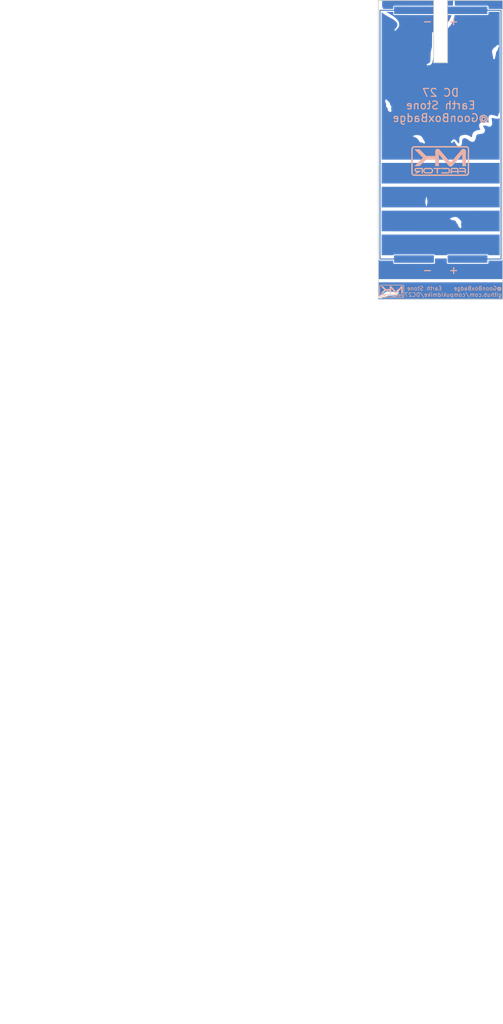
<source format=kicad_pcb>
(kicad_pcb (version 20171130) (host pcbnew "(5.1.2)-1")
  (layers (0 F.Cu signal) (31 B.Cu signal) (34 B.Paste user) (35 F.Paste user) (36 B.SilkS user) (37 F.SilkS user) (38 B.Mask user) (39 F.Mask user hide) (44 Edge.Cuts user))
  (net 0 "")
  (net 1 "Net-(BT1-Pad2)")
  (net 2 "Net-(BT1-Pad1)")
  (module EarthSide (layer F.Cu) (at -0.0254 -0.0762)
    (fp_text reference Ref** hide)
    (fp_text value Val** hide)
    (fp_poly (pts (xy -15.967248 -38.092426) (xy -15.968892 -38.079912) (xy -15.975745 -38.055716) (xy -15.9766 -38.048162) (xy -15.986296 -38.036832) (xy -15.9893 -38.0365) (xy -15.998847 -38.047369) (xy -16.002 -38.06825) (xy -15.995055 -38.0942) (xy -15.981592 -38.1) (xy -15.967248 -38.092426)) (layer B.Cu) (width 0.01))
    (fp_poly (pts (xy 2.574925 -37.945993) (xy 3.2004 -37.945768) (xy 3.200072 -37.905409) (xy 3.198721 -37.874866) (xy 3.195382 -37.827256) (xy 3.190661 -37.770782) (xy 3.18822 -37.7444) (xy 3.184516 -37.701383) (xy 3.179537 -37.637265) (xy 3.173588 -37.556297) (xy 3.166971 -37.46273) (xy 3.159991 -37.360814) (xy 3.152951 -37.254799) (xy 3.150109 -37.211) (xy 3.143437 -37.109271) (xy 3.136971 -37.014094) (xy 3.130956 -36.928853) (xy 3.12564 -36.85693) (xy 3.12127 -36.80171) (xy 3.118094 -36.766576) (xy 3.116935 -36.756975) (xy 3.110349 -36.7157) (xy 1.8542 -36.7157) (xy 1.8542 -37.932668) (xy 1.901825 -37.939443) (xy 1.923798 -37.940785) (xy 1.968497 -37.94203) (xy 2.033246 -37.943152) (xy 2.115371 -37.944124) (xy 2.212195 -37.94492) (xy 2.321046 -37.945515) (xy 2.439246 -37.945882) (xy 2.564123 -37.945996) (xy 2.574925 -37.945993)) (layer B.Cu) (width 0.01))
    (fp_poly (pts (xy -7.130068 -37.946748) (xy -6.783791 -37.946709) (xy -6.442031 -37.946647) (xy -6.105696 -37.946563) (xy -5.775692 -37.946455) (xy -5.452926 -37.946323) (xy -5.138305 -37.946168) (xy -4.832735 -37.945989) (xy -4.537122 -37.945786) (xy -4.252374 -37.945558) (xy -3.979396 -37.945307) (xy -3.719096 -37.945031) (xy -3.47238 -37.94473) (xy -3.240155 -37.944405) (xy -3.023327 -37.944054) (xy -2.822804 -37.943679) (xy -2.63949 -37.943278) (xy -2.474294 -37.942851) (xy -2.328122 -37.942399) (xy -2.20188 -37.941922) (xy -2.096475 -37.941418) (xy -2.012813 -37.940888) (xy -1.951802 -37.940332) (xy -1.914347 -37.939749) (xy -1.901825 -37.939248) (xy -1.8415 -37.931628) (xy -1.8415 -36.715795) (xy -6.887503 -36.712573) (xy -11.933506 -36.70935) (xy -11.986302 -36.674411) (xy -12.025423 -36.640908) (xy -12.05965 -36.599201) (xy -12.067925 -36.585511) (xy -12.076827 -36.567684) (xy -12.083746 -36.549328) (xy -12.088985 -36.527001) (xy -12.092846 -36.497262) (xy -12.095632 -36.456669) (xy -12.097646 -36.40178) (xy -12.09919 -36.329153) (xy -12.100569 -36.235346) (xy -12.100888 -36.210875) (xy -12.105026 -35.8902) (xy -14.651271 -35.8902) (xy -14.703725 -35.982275) (xy -14.776484 -36.120736) (xy -14.832553 -36.253727) (xy -14.87496 -36.390073) (xy -14.906737 -36.5386) (xy -14.917295 -36.604388) (xy -14.923934 -36.654281) (xy -14.928806 -36.704378) (xy -14.932027 -36.758931) (xy -14.933718 -36.822192) (xy -14.933997 -36.898414) (xy -14.932982 -36.991847) (xy -14.931005 -37.0967) (xy -14.92817 -37.201744) (xy -14.92416 -37.310504) (xy -14.919281 -37.416784) (xy -14.913838 -37.514389) (xy -14.908134 -37.597121) (xy -14.904157 -37.6428) (xy -14.897407 -37.712758) (xy -14.891654 -37.775385) (xy -14.887344 -37.825577) (xy -14.884925 -37.858234) (xy -14.884563 -37.866553) (xy -14.886388 -37.878525) (xy -14.894912 -37.887277) (xy -14.914453 -37.894151) (xy -14.949328 -37.900491) (xy -15.003855 -37.907637) (xy -15.024786 -37.91015) (xy -15.081712 -37.917704) (xy -15.128715 -37.92542) (xy -15.160421 -37.932319) (xy -15.171343 -37.936829) (xy -15.159176 -37.937439) (xy -15.122516 -37.938032) (xy -15.06227 -37.938606) (xy -14.979343 -37.939163) (xy -14.874643 -37.939701) (xy -14.749075 -37.940221) (xy -14.603548 -37.940722) (xy -14.438966 -37.941205) (xy -14.256238 -37.941668) (xy -14.056269 -37.942113) (xy -13.839966 -37.942539) (xy -13.608236 -37.942945) (xy -13.361985 -37.943331) (xy -13.102119 -37.943698) (xy -12.829547 -37.944045) (xy -12.545173 -37.944373) (xy -12.249906 -37.944679) (xy -11.94465 -37.944966) (xy -11.630314 -37.945232) (xy -11.307803 -37.945477) (xy -10.978024 -37.945702) (xy -10.641884 -37.945905) (xy -10.300289 -37.946087) (xy -9.954146 -37.946248) (xy -9.604362 -37.946388) (xy -9.251843 -37.946506) (xy -8.897496 -37.946601) (xy -8.542227 -37.946675) (xy -8.186944 -37.946727) (xy -7.832551 -37.946756) (xy -7.479957 -37.946763) (xy -7.130068 -37.946748)) (layer B.Cu) (width 0.01))
    (fp_poly (pts (xy 9.656485 -37.946449) (xy 15.748 -37.945919) (xy 15.748 -36.85456) (xy 15.74795 -36.6905) (xy 15.747805 -36.53392) (xy 15.747574 -36.386652) (xy 15.747262 -36.250531) (xy 15.746878 -36.127392) (xy 15.746429 -36.019067) (xy 15.745922 -35.927392) (xy 15.745365 -35.854201) (xy 15.744764 -35.801328) (xy 15.744128 -35.770606) (xy 15.743618 -35.7632) (xy 15.732893 -35.771481) (xy 15.716262 -35.788587) (xy 15.693011 -35.807457) (xy 15.655344 -35.831311) (xy 15.617015 -35.852087) (xy 15.540743 -35.8902) (xy 12.23166 -35.8902) (xy 12.22375 -36.54848) (xy 12.185121 -36.603408) (xy 12.151624 -36.642295) (xy 12.112073 -36.676468) (xy 12.096221 -36.686809) (xy 12.04595 -36.715283) (xy 7.853292 -36.715492) (xy 3.660634 -36.7157) (xy 3.651834 -36.852225) (xy 3.648422 -36.901244) (xy 3.643227 -36.970748) (xy 3.63663 -37.055917) (xy 3.629008 -37.151929) (xy 3.620741 -37.253962) (xy 3.612207 -37.357194) (xy 3.611688 -37.3634) (xy 3.603274 -37.464394) (xy 3.595166 -37.562532) (xy 3.58772 -37.653432) (xy 3.581293 -37.732709) (xy 3.576243 -37.795981) (xy 3.572926 -37.838865) (xy 3.572656 -37.842515) (xy 3.564971 -37.946979) (xy 9.656485 -37.946449)) (layer B.Cu) (width 0.01))
    (fp_poly (pts (xy -15.758176 -35.842035) (xy -15.74341 -35.817312) (xy -15.7408 -35.812355) (xy -15.728187 -35.784447) (xy -15.72929 -35.76681) (xy -15.745176 -35.747686) (xy -15.746824 -35.746033) (xy -15.7734 -35.719456) (xy -15.7734 -35.785778) (xy -15.77236 -35.822927) (xy -15.769688 -35.846995) (xy -15.767377 -35.8521) (xy -15.758176 -35.842035)) (layer B.Cu) (width 0.01))
    (fp_poly (pts (xy 2.447028 -34.315084) (xy 2.55792 -34.314122) (xy 2.64473 -34.312496) (xy 2.708115 -34.310185) (xy 2.748729 -34.30717) (xy 2.767227 -34.303433) (xy 2.7686 -34.301911) (xy 2.764447 -34.281494) (xy 2.752916 -34.241344) (xy 2.735399 -34.185566) (xy 2.713287 -34.118264) (xy 2.687971 -34.043543) (xy 2.660844 -33.965509) (xy 2.633296 -33.888266) (xy 2.60672 -33.81592) (xy 2.582506 -33.752574) (xy 2.581592 -33.75025) (xy 2.50689 -33.573132) (xy 2.420494 -33.390015) (xy 2.326091 -33.207868) (xy 2.227364 -33.033661) (xy 2.127999 -32.874366) (xy 2.084784 -32.81045) (xy 2.050342 -32.761976) (xy 2.009594 -32.706251) (xy 1.966684 -32.648765) (xy 1.925754 -32.595011) (xy 1.890946 -32.550481) (xy 1.866402 -32.520664) (xy 1.864923 -32.518985) (xy 1.863158 -32.529328) (xy 1.861484 -32.563091) (xy 1.859924 -32.618296) (xy 1.858502 -32.692962) (xy 1.857243 -32.785111) (xy 1.856168 -32.892763) (xy 1.855304 -33.013939) (xy 1.854672 -33.14666) (xy 1.854298 -33.288946) (xy 1.8542 -33.41116) (xy 1.8542 -34.3154) (xy 2.3114 -34.3154) (xy 2.447028 -34.315084)) (layer B.Cu) (width 0.01))
    (fp_poly (pts (xy -12.100888 -34.820225) (xy -12.099537 -34.721534) (xy -12.098128 -34.644814) (xy -12.096343 -34.586638) (xy -12.093862 -34.543579) (xy -12.090364 -34.51221) (xy -12.08553 -34.489102) (xy -12.079039 -34.47083) (xy -12.070573 -34.453965) (xy -12.065935 -34.44575) (xy -12.035077 -34.4039) (xy -11.995929 -34.365532) (xy -11.984471 -34.35685) (xy -11.933823 -34.32175) (xy -6.887662 -34.318513) (xy -1.8415 -34.315275) (xy -1.8415 -30.151988) (xy -1.92325 -30.086937) (xy -2.017187 -30.002528) (xy -2.090264 -29.914124) (xy -2.14698 -29.816244) (xy -2.149247 -29.811471) (xy -2.190266 -29.72435) (xy -2.208676 -26.29535) (xy -2.379368 -25.54605) (xy -2.550059 -24.79675) (xy -2.570723 -24.08555) (xy -2.57494 -23.943888) (xy -2.579349 -23.802194) (xy -2.583829 -23.663928) (xy -2.588261 -23.532546) (xy -2.592524 -23.411506) (xy -2.596498 -23.304265) (xy -2.600064 -23.214282) (xy -2.6031 -23.145013) (xy -2.604022 -23.126181) (xy -2.61715 -22.929536) (xy -2.636058 -22.756027) (xy -2.661934 -22.60381) (xy -2.695964 -22.471039) (xy -2.739336 -22.355869) (xy -2.793237 -22.256455) (xy -2.858855 -22.170952) (xy -2.937377 -22.097516) (xy -3.02999 -22.034301) (xy -3.137881 -21.979462) (xy -3.262238 -21.931154) (xy -3.400425 -21.888594) (xy -3.530601 -21.852357) (xy -3.5306 -21.670379) (xy -3.5306 -21.4884) (xy -3.303664 -21.4884) (xy -3.136911 -21.492847) (xy -2.990505 -21.506744) (xy -2.8609 -21.530923) (xy -2.74455 -21.566218) (xy -2.637907 -21.613463) (xy -2.549053 -21.665732) (xy -2.427372 -21.759301) (xy -2.320898 -21.870308) (xy -2.228645 -22.000114) (xy -2.149624 -22.150084) (xy -2.091223 -22.297003) (xy -2.061085 -22.389948) (xy -2.033882 -22.488101) (xy -2.009144 -22.594195) (xy -1.986402 -22.710962) (xy -1.965185 -22.841133) (xy -1.945024 -22.987441) (xy -1.925449 -23.152617) (xy -1.90599 -23.339393) (xy -1.898352 -23.418459) (xy -1.889156 -23.514002) (xy -1.880152 -23.604841) (xy -1.871771 -23.68683) (xy -1.864445 -23.755821) (xy -1.858604 -23.807668) (xy -1.854781 -23.837559) (xy -1.852902 -23.838001) (xy -1.85114 -23.814465) (xy -1.849514 -23.768369) (xy -1.848042 -23.701135) (xy -1.846745 -23.614184) (xy -1.845642 -23.508935) (xy -1.844751 -23.38681) (xy -1.844093 -23.249228) (xy -1.843686 -23.097611) (xy -1.843579 -23.0124) (xy -1.842876 -22.11705) (xy -1.813421 -22.09165) (xy -1.809 -22.088126) (xy -1.803486 -22.084944) (xy -1.795625 -22.082088) (xy -1.784163 -22.079541) (xy -1.767845 -22.077286) (xy -1.745418 -22.075306) (xy -1.715628 -22.073584) (xy -1.677219 -22.072104) (xy -1.628938 -22.070848) (xy -1.569531 -22.0698) (xy -1.497744 -22.068942) (xy -1.412321 -22.068258) (xy -1.31201 -22.067731) (xy -1.195556 -22.067343) (xy -1.061705 -22.067078) (xy -0.909202 -22.06692) (xy -0.736794 -22.06685) (xy -0.543226 -22.066853) (xy -0.327244 -22.066911) (xy -0.087594 -22.067007) (xy 0.010163 -22.06705) (xy 0.259173 -22.067166) (xy 0.484035 -22.067294) (xy 0.685998 -22.067451) (xy 0.866315 -22.067655) (xy 1.026236 -22.067925) (xy 1.167012 -22.068277) (xy 1.289895 -22.068729) (xy 1.396135 -22.0693) (xy 1.486984 -22.070007) (xy 1.563693 -22.070868) (xy 1.627512 -22.071901) (xy 1.679692 -22.073124) (xy 1.721486 -22.074554) (xy 1.754143 -22.076209) (xy 1.778916 -22.078107) (xy 1.797054 -22.080266) (xy 1.80981 -22.082704) (xy 1.818433 -22.085438) (xy 1.824176 -22.088487) (xy 1.828289 -22.091867) (xy 1.829389 -22.092945) (xy 1.831646 -22.095434) (xy 1.833763 -22.098771) (xy 1.835746 -22.103746) (xy 1.837597 -22.111148) (xy 1.839322 -22.121768) (xy 1.840926 -22.136395) (xy 1.842411 -22.15582) (xy 1.843784 -22.180833) (xy 1.845048 -22.212222) (xy 1.846207 -22.250779) (xy 1.847267 -22.297292) (xy 1.848232 -22.352553) (xy 1.849105 -22.41735) (xy 1.849892 -22.492474) (xy 1.850596 -22.578715) (xy 1.851223 -22.676863) (xy 1.851776 -22.787707) (xy 1.85226 -22.912037) (xy 1.85268 -23.050644) (xy 1.85304 -23.204316) (xy 1.853344 -23.373845) (xy 1.853597 -23.56002) (xy 1.853802 -23.763631) (xy 1.853966 -23.985468) (xy 1.854091 -24.226321) (xy 1.854183 -24.486979) (xy 1.854245 -24.768232) (xy 1.854283 -25.070872) (xy 1.854285 -25.115302) (xy 13.0937 -25.115302) (xy 13.09602 -25.097413) (xy 13.102689 -25.05692) (xy 13.113268 -24.996163) (xy 13.127317 -24.917482) (xy 13.144396 -24.823218) (xy 13.164068 -24.715711) (xy 13.185892 -24.597301) (xy 13.20943 -24.470329) (xy 13.234242 -24.337135) (xy 13.25989 -24.20006) (xy 13.285933 -24.061443) (xy 13.311933 -23.923625) (xy 13.337451 -23.788947) (xy 13.362048 -23.659749) (xy 13.385283 -23.538371) (xy 13.406719 -23.427153) (xy 13.425916 -23.328436) (xy 13.442434 -23.244561) (xy 13.455836 -23.177867) (xy 13.46568 -23.130695) (xy 13.468569 -23.117618) (xy 13.473082 -23.104875) (xy 13.482874 -23.096456) (xy 13.502746 -23.091225) (xy 13.537496 -23.088049) (xy 13.591922 -23.085794) (xy 13.605005 -23.085372) (xy 13.664724 -23.083346) (xy 13.719108 -23.081259) (xy 13.760411 -23.07942) (xy 13.775469 -23.078579) (xy 13.807751 -23.08151) (xy 13.822265 -23.097432) (xy 13.822478 -23.098125) (xy 13.826441 -23.114347) (xy 13.83548 -23.15304) (xy 13.849068 -23.211901) (xy 13.866676 -23.288627) (xy 13.887779 -23.380914) (xy 13.91185 -23.486461) (xy 13.938361 -23.602963) (xy 13.966786 -23.728118) (xy 13.987361 -23.81885) (xy 14.025535 -23.988286) (xy 14.058093 -24.135052) (xy 14.085438 -24.261154) (xy 14.107975 -24.368598) (xy 14.126108 -24.459391) (xy 14.140242 -24.535537) (xy 14.150781 -24.599045) (xy 14.158131 -24.651918) (xy 14.161477 -24.68245) (xy 14.177299 -24.84755) (xy 14.2785 -24.974174) (xy 14.336412 -25.049776) (xy 14.378565 -25.11315) (xy 14.407677 -25.169502) (xy 14.426463 -25.224037) (xy 14.43711 -25.278127) (xy 14.44625 -25.34285) (xy 14.62747 -25.43782) (xy 14.643542 -25.523685) (xy 14.657532 -25.58465) (xy 14.67663 -25.65118) (xy 14.690586 -25.6921) (xy 14.704732 -25.732662) (xy 14.723825 -25.791442) (xy 14.745908 -25.862213) (xy 14.769027 -25.938751) (xy 14.783388 -25.987625) (xy 14.807658 -26.068384) (xy 14.833881 -26.150889) (xy 14.859608 -26.227725) (xy 14.882386 -26.291479) (xy 14.892583 -26.317825) (xy 14.92469 -26.409141) (xy 14.942562 -26.487811) (xy 14.945304 -26.512866) (xy 14.95066 -26.590681) (xy 14.891667 -26.631269) (xy 14.801272 -26.680411) (xy 14.708845 -26.704647) (xy 14.614015 -26.703936) (xy 14.516409 -26.678235) (xy 14.415656 -26.627502) (xy 14.330058 -26.566895) (xy 14.283083 -26.524701) (xy 14.227225 -26.467043) (xy 14.167467 -26.399741) (xy 14.108791 -26.328614) (xy 14.056179 -26.259479) (xy 14.015434 -26.199473) (xy 13.996898 -26.170979) (xy 13.980242 -26.152916) (xy 13.958641 -26.141654) (xy 13.92527 -26.133564) (xy 13.876297 -26.125486) (xy 13.763167 -26.096038) (xy 13.664254 -26.046372) (xy 13.58121 -25.978079) (xy 13.515687 -25.892752) (xy 13.469338 -25.791983) (xy 13.449389 -25.714218) (xy 13.441457 -25.674028) (xy 13.432396 -25.645212) (xy 13.417957 -25.621372) (xy 13.393888 -25.596108) (xy 13.355941 -25.563024) (xy 13.340069 -25.549654) (xy 13.291287 -25.505706) (xy 13.243406 -25.457664) (xy 13.204696 -25.413963) (xy 13.195507 -25.402154) (xy 13.155015 -25.335218) (xy 13.122223 -25.257545) (xy 13.10064 -25.179023) (xy 13.0937 -25.115302) (xy 1.854285 -25.115302) (xy 1.8543 -25.395686) (xy 1.854301 -25.743466) (xy 1.854291 -26.115001) (xy 1.854273 -26.511081) (xy 1.854272 -26.544786) (xy 1.854059 -30.971531) (xy 2.093059 -31.211541) (xy 2.322189 -31.454707) (xy 2.528507 -31.701742) (xy 2.714597 -31.956209) (xy 2.883047 -32.221668) (xy 3.03644 -32.501681) (xy 3.051777 -32.53207) (xy 3.182431 -32.816417) (xy 3.299652 -33.120189) (xy 3.402632 -33.440768) (xy 3.490564 -33.77554) (xy 3.56264 -34.121889) (xy 3.587596 -34.267719) (xy 3.595229 -34.315288) (xy 7.829021 -34.318519) (xy 12.062812 -34.32175) (xy 12.11675 -34.35985) (xy 12.146985 -34.382369) (xy 12.170931 -34.40455) (xy 12.189364 -34.429611) (xy 12.203057 -34.460773) (xy 12.212785 -34.501253) (xy 12.219323 -34.554271) (xy 12.223445 -34.623046) (xy 12.225926 -34.710796) (xy 12.227535 -34.820225) (xy 12.231321 -35.1409) (xy 15.0749 -35.1409) (xy 15.074704 -9.40435) (xy 15.022151 -9.374331) (xy 14.957733 -9.330054) (xy 14.895716 -9.274363) (xy 14.844636 -9.215399) (xy 14.825759 -9.187053) (xy 14.801305 -9.140526) (xy 14.7791 -9.086932) (xy 14.757725 -9.021893) (xy 14.735759 -8.941031) (xy 14.711785 -8.839967) (xy 14.708485 -8.825292) (xy 14.692494 -8.756915) (xy 14.676196 -8.69259) (xy 14.661336 -8.638867) (xy 14.649655 -8.602297) (xy 14.648058 -8.598126) (xy 14.626249 -8.543619) (xy 14.466399 -8.550973) (xy 14.404908 -8.554492) (xy 14.348529 -8.559622) (xy 14.293455 -8.567244) (xy 14.235877 -8.578236) (xy 14.171988 -8.593475) (xy 14.097979 -8.613842) (xy 14.010042 -8.640215) (xy 13.904369 -8.673473) (xy 13.825175 -8.698938) (xy 13.681666 -8.744632) (xy 13.558435 -8.782126) (xy 13.451988 -8.81216) (xy 13.35883 -8.835477) (xy 13.275466 -8.852817) (xy 13.1984 -8.864923) (xy 13.124137 -8.872535) (xy 13.049183 -8.876396) (xy 12.984606 -8.877283) (xy 12.842544 -8.870292) (xy 12.719063 -8.848911) (xy 12.611441 -8.812583) (xy 12.568878 -8.791969) (xy 12.504853 -8.749333) (xy 12.438192 -8.690734) (xy 12.376167 -8.623594) (xy 12.326052 -8.555336) (xy 12.310269 -8.52805) (xy 12.269025 -8.439322) (xy 12.235425 -8.344034) (xy 12.20934 -8.24015) (xy 12.190642 -8.125636) (xy 12.179201 -7.99846) (xy 12.174891 -7.856585) (xy 12.177581 -7.697979) (xy 12.187143 -7.520606) (xy 12.203449 -7.322432) (xy 12.222374 -7.1374) (xy 12.230848 -7.059157) (xy 12.238113 -6.989995) (xy 12.243789 -6.9337) (xy 12.247499 -6.894055) (xy 12.248863 -6.874848) (xy 12.24878 -6.873658) (xy 12.236874 -6.87663) (xy 12.206349 -6.887311) (xy 12.162145 -6.903909) (xy 12.120873 -6.920001) (xy 11.901128 -6.997289) (xy 11.686964 -7.05238) (xy 11.475567 -7.085331) (xy 11.264127 -7.096197) (xy 11.049829 -7.085033) (xy 10.829862 -7.051897) (xy 10.601412 -6.996845) (xy 10.45845 -6.953102) (xy 10.305774 -6.893691) (xy 10.175219 -6.822675) (xy 10.065897 -6.739216) (xy 9.976924 -6.642474) (xy 9.907412 -6.531613) (xy 9.856477 -6.405791) (xy 9.847224 -6.374385) (xy 9.834292 -6.306971) (xy 9.826505 -6.222027) (xy 9.823871 -6.126896) (xy 9.826395 -6.028924) (xy 9.834084 -5.935455) (xy 9.846762 -5.8547) (xy 9.872374 -5.750793) (xy 9.907899 -5.632832) (xy 9.950566 -5.508768) (xy 9.997604 -5.386556) (xy 10.046242 -5.274148) (xy 10.056922 -5.25144) (xy 10.132148 -5.09418) (xy 10.098449 -5.087411) (xy 10.071257 -5.082385) (xy 10.026615 -5.074586) (xy 9.97214 -5.065334) (xy 9.9441 -5.06066) (xy 9.716063 -5.020323) (xy 9.511207 -4.978315) (xy 9.327324 -4.933714) (xy 9.162207 -4.885601) (xy 9.013647 -4.833057) (xy 8.879436 -4.77516) (xy 8.757367 -4.710991) (xy 8.645232 -4.63963) (xy 8.540822 -4.560157) (xy 8.44193 -4.471651) (xy 8.379336 -4.408604) (xy 8.315592 -4.336722) (xy 8.259988 -4.262451) (xy 8.211395 -4.182881) (xy 8.168682 -4.095101) (xy 8.130719 -3.996199) (xy 8.096374 -3.883266) (xy 8.064519 -3.753391) (xy 8.034021 -3.603663) (xy 8.006752 -3.449237) (xy 7.993171 -3.368703) (xy 7.98063 -3.295826) (xy 7.969842 -3.23463) (xy 7.96152 -3.189143) (xy 7.956378 -3.163388) (xy 7.955512 -3.159944) (xy 7.949542 -3.154264) (xy 7.93542 -3.156554) (xy 7.910441 -3.168215) (xy 7.871902 -3.19065) (xy 7.817097 -3.22526) (xy 7.768628 -3.256812) (xy 7.549147 -3.394438) (xy 7.341234 -3.511292) (xy 7.142654 -3.607925) (xy 6.95117 -3.684886) (xy 6.764547 -3.742726) (xy 6.58055 -3.781995) (xy 6.396942 -3.803243) (xy 6.211489 -3.807021) (xy 6.021954 -3.793878) (xy 5.826103 -3.764364) (xy 5.759827 -3.751152) (xy 5.674207 -3.731141) (xy 5.580298 -3.705846) (xy 5.483362 -3.676991) (xy 5.388663 -3.646303) (xy 5.301467 -3.615509) (xy 5.227037 -3.586333) (xy 5.170638 -3.560503) (xy 5.158676 -3.554038) (xy 5.051434 -3.479111) (xy 4.956523 -3.384947) (xy 4.878016 -3.27633) (xy 4.819987 -3.158045) (xy 4.818782 -3.154867) (xy 4.800842 -3.10386) (xy 4.786142 -3.053208) (xy 4.774445 -2.999931) (xy 4.765514 -2.941051) (xy 4.759111 -2.873593) (xy 4.754998 -2.794576) (xy 4.752939 -2.701024) (xy 4.752696 -2.58996) (xy 4.754032 -2.458404) (xy 4.755604 -2.3622) (xy 4.757736 -2.233086) (xy 4.759003 -2.126453) (xy 4.759355 -2.039393) (xy 4.758739 -1.969002) (xy 4.757105 -1.912372) (xy 4.754401 -1.866598) (xy 4.750575 -1.828773) (xy 4.74561 -1.796174) (xy 4.730756 -1.729836) (xy 4.71211 -1.67132) (xy 4.691616 -1.62514) (xy 4.671222 -1.595811) (xy 4.655688 -1.5875) (xy 4.631446 -1.596219) (xy 4.59426 -1.620012) (xy 4.548466 -1.655338) (xy 4.498401 -1.698654) (xy 4.4484 -1.74642) (xy 4.405917 -1.791549) (xy 4.326001 -1.886276) (xy 4.238906 -1.998143) (xy 4.142895 -2.129415) (xy 4.096656 -2.19494) (xy 3.998173 -2.320254) (xy 3.891706 -2.424592) (xy 3.787232 -2.502921) (xy 3.698286 -2.556385) (xy 3.617097 -2.592756) (xy 3.535662 -2.614862) (xy 3.445983 -2.625533) (xy 3.439425 -2.625912) (xy 3.32022 -2.62104) (xy 3.206983 -2.592838) (xy 3.099134 -2.540939) (xy 2.996094 -2.464978) (xy 2.897286 -2.364592) (xy 2.80213 -2.239413) (xy 2.784296 -2.212614) (xy 2.751088 -2.158819) (xy 2.717352 -2.099209) (xy 2.685111 -2.038003) (xy 2.656387 -1.979422) (xy 2.6332 -1.927683) (xy 2.617572 -1.887006) (xy 2.611524 -1.861611) (xy 2.613211 -1.85554) (xy 2.667532 -1.820033) (xy 2.724177 -1.783743) (xy 2.779076 -1.749187) (xy 2.828162 -1.718883) (xy 2.867363 -1.695349) (xy 2.892612 -1.681101) (xy 2.900037 -1.678091) (xy 2.909085 -1.689231) (xy 2.930677 -1.715184) (xy 2.960979 -1.751352) (xy 2.978046 -1.77165) (xy 3.051372 -1.856105) (xy 3.119652 -1.929589) (xy 3.180434 -1.989677) (xy 3.23127 -2.033947) (xy 3.269269 -2.059748) (xy 3.320383 -2.077615) (xy 3.372536 -2.077855) (xy 3.426782 -2.059596) (xy 3.484172 -2.021964) (xy 3.545756 -1.964088) (xy 3.612587 -1.885095) (xy 3.685717 -1.784113) (xy 3.766196 -1.66027) (xy 3.782411 -1.634073) (xy 3.82746 -1.560794) (xy 3.878823 -1.477242) (xy 3.929515 -1.394786) (xy 3.964848 -1.337311) (xy 4.052449 -1.20678) (xy 4.140991 -1.100218) (xy 4.232787 -1.01623) (xy 4.330146 -0.95342) (xy 4.435381 -0.910395) (xy 4.5508 -0.885759) (xy 4.678717 -0.878118) (xy 4.724072 -0.879088) (xy 4.845383 -0.889896) (xy 4.950819 -0.913543) (xy 5.047594 -0.952287) (xy 5.142923 -1.008384) (xy 5.147645 -1.011592) (xy 5.238336 -1.085813) (xy 5.310447 -1.172947) (xy 5.365987 -1.27602) (xy 5.406967 -1.39806) (xy 5.408604 -1.404452) (xy 5.422141 -1.461805) (xy 5.433617 -1.519987) (xy 5.443453 -1.582735) (xy 5.452069 -1.653787) (xy 5.459887 -1.736879) (xy 5.467327 -1.83575) (xy 5.47481 -1.954138) (xy 5.479268 -2.032) (xy 5.485162 -2.126762) (xy 5.492036 -2.219057) (xy 5.499437 -2.303973) (xy 5.506915 -2.376596) (xy 5.514018 -2.432014) (xy 5.5183 -2.456869) (xy 5.552705 -2.580265) (xy 5.600989 -2.683539) (xy 5.664129 -2.767418) (xy 5.743104 -2.83263) (xy 5.838894 -2.879904) (xy 5.952475 -2.909968) (xy 6.084828 -2.923549) (xy 6.1468 -2.92451) (xy 6.238869 -2.920476) (xy 6.326732 -2.908826) (xy 6.413055 -2.888292) (xy 6.500499 -2.857608) (xy 6.591728 -2.815506) (xy 6.689405 -2.760719) (xy 6.796195 -2.69198) (xy 6.91476 -2.608021) (xy 7.047764 -2.507576) (xy 7.0866 -2.477384) (xy 7.231216 -2.367408) (xy 7.361704 -2.27489) (xy 7.480758 -2.198254) (xy 7.591068 -2.135926) (xy 7.695329 -2.086332) (xy 7.796232 -2.047895) (xy 7.8486 -2.031701) (xy 7.929177 -2.013718) (xy 8.019757 -2.001695) (xy 8.11287 -1.995943) (xy 8.201045 -1.996772) (xy 8.276811 -2.004492) (xy 8.312787 -2.012438) (xy 8.419795 -2.052374) (xy 8.514245 -2.10826) (xy 8.602902 -2.18429) (xy 8.622683 -2.20454) (xy 8.692305 -2.285642) (xy 8.755647 -2.376578) (xy 8.813579 -2.479507) (xy 8.866973 -2.59659) (xy 8.916699 -2.729987) (xy 8.963629 -2.881858) (xy 9.008634 -3.054362) (xy 9.052584 -3.24966) (xy 9.061615 -3.293057) (xy 9.083351 -3.398372) (xy 9.101075 -3.482007) (xy 9.115828 -3.547175) (xy 9.128655 -3.597088) (xy 9.140597 -3.634958) (xy 9.152698 -3.663997) (xy 9.166001 -3.687417) (xy 9.181548 -3.708431) (xy 9.200382 -3.730251) (xy 9.205356 -3.735796) (xy 9.244993 -3.775539) (xy 9.289094 -3.810259) (xy 9.34007 -3.840692) (xy 9.400335 -3.867574) (xy 9.472301 -3.891642) (xy 9.558382 -3.913631) (xy 9.66099 -3.934277) (xy 9.782539 -3.954318) (xy 9.92544 -3.974488) (xy 10.033 -3.988275) (xy 10.178645 -4.00713) (xy 10.302495 -4.024931) (xy 10.408095 -4.042358) (xy 10.498989 -4.060092) (xy 10.578724 -4.078811) (xy 10.650844 -4.099195) (xy 10.705724 -4.117257) (xy 10.854537 -4.179591) (xy 10.982527 -4.255666) (xy 11.090832 -4.346467) (xy 11.180594 -4.452979) (xy 11.252955 -4.576189) (xy 11.263915 -4.599545) (xy 11.302455 -4.704424) (xy 11.322754 -4.812134) (xy 11.32617 -4.930616) (xy 11.324936 -4.956489) (xy 11.316804 -5.033744) (xy 11.300732 -5.111415) (xy 11.275424 -5.192587) (xy 11.239587 -5.280344) (xy 11.191927 -5.377772) (xy 11.13115 -5.487954) (xy 11.055962 -5.613976) (xy 11.034573 -5.648621) (xy 10.976849 -5.743379) (xy 10.927093 -5.828662) (xy 10.88658 -5.902089) (xy 10.85658 -5.961278) (xy 10.838367 -6.00385) (xy 10.8331 -6.025575) (xy 10.843514 -6.042716) (xy 10.869612 -6.062739) (xy 10.881312 -6.06928) (xy 10.946614 -6.095064) (xy 11.031217 -6.115254) (xy 11.136747 -6.130115) (xy 11.26483 -6.13991) (xy 11.335309 -6.142907) (xy 11.41744 -6.145257) (xy 11.484518 -6.145453) (xy 11.541592 -6.14235) (xy 11.593716 -6.134804) (xy 11.645941 -6.12167) (xy 11.703318 -6.101803) (xy 11.7709 -6.074058) (xy 11.853739 -6.037291) (xy 11.905858 -6.013617) (xy 11.979568 -5.980789) (xy 12.052353 -5.949712) (xy 12.11818 -5.922868) (xy 12.171014 -5.90274) (xy 12.195689 -5.894385) (xy 12.327141 -5.865799) (xy 12.457436 -5.859807) (xy 12.583802 -5.875308) (xy 12.703469 -5.911198) (xy 12.813666 -5.966375) (xy 12.911623 -6.039736) (xy 12.994569 -6.130179) (xy 13.059733 -6.2366) (xy 13.060721 -6.238646) (xy 13.092997 -6.310695) (xy 13.118004 -6.379585) (xy 13.136574 -6.450131) (xy 13.149535 -6.527148) (xy 13.157719 -6.615453) (xy 13.161953 -6.719862) (xy 13.163075 -6.8326) (xy 13.162861 -6.915364) (xy 13.161883 -6.987233) (xy 13.159735 -7.052392) (xy 13.15601 -7.11502) (xy 13.150301 -7.179302) (xy 13.142203 -7.249418) (xy 13.131308 -7.329552) (xy 13.11721 -7.423884) (xy 13.099503 -7.536598) (xy 13.087146 -7.613738) (xy 13.073625 -7.699283) (xy 13.060976 -7.782038) (xy 13.049984 -7.856661) (xy 13.041432 -7.917811) (xy 13.036104 -7.960146) (xy 13.035578 -7.965064) (xy 13.030226 -8.010468) (xy 13.023367 -8.037617) (xy 13.01131 -8.053561) (xy 12.990369 -8.065351) (xy 12.980933 -8.069509) (xy 12.964337 -8.077193) (xy 12.958047 -8.082435) (xy 12.96489 -8.085536) (xy 12.98769 -8.086798) (xy 13.029273 -8.086523) (xy 13.092466 -8.085013) (xy 13.1191 -8.08428) (xy 13.202596 -8.080885) (xy 13.276186 -8.07505) (xy 13.348657 -8.065654) (xy 13.428796 -8.05158) (xy 13.515975 -8.033723) (xy 13.662483 -8.002543) (xy 13.786862 -7.976337) (xy 13.891782 -7.954599) (xy 13.979914 -7.936821) (xy 14.053931 -7.922498) (xy 14.116503 -7.911122) (xy 14.170303 -7.902187) (xy 14.218001 -7.895185) (xy 14.262269 -7.889611) (xy 14.293824 -7.886164) (xy 14.462261 -7.877345) (xy 14.619696 -7.886335) (xy 14.711019 -7.901033) (xy 14.789213 -7.92437) (xy 14.871822 -7.960967) (xy 14.949133 -8.005836) (xy 15.011435 -8.053988) (xy 15.014575 -8.056959) (xy 15.0749 -8.114873) (xy 15.0749 2.5273) (xy 0.008466 2.5273) (xy -0.609864 2.527292) (xy -1.22207 2.527271) (xy -1.827657 2.527237) (xy -2.426131 2.527188) (xy -3.016998 2.527127) (xy -3.599763 2.527053) (xy -4.173934 2.526966) (xy -4.739016 2.526866) (xy -5.294515 2.526755) (xy -5.839937 2.526632) (xy -6.374788 2.526497) (xy -6.898573 2.526352) (xy -7.4108 2.526195) (xy -7.910973 2.526027) (xy -8.3986 2.52585) (xy -8.873185 2.525662) (xy -9.334235 2.525464) (xy -9.781255 2.525257) (xy -10.213753 2.52504) (xy -10.631233 2.524814) (xy -11.033202 2.52458) (xy -11.419166 2.524337) (xy -11.78863 2.524086) (xy -12.141101 2.523827) (xy -12.476085 2.523561) (xy -12.793087 2.523287) (xy -13.091614 2.523006) (xy -13.371171 2.522719) (xy -13.631265 2.522425) (xy -13.871402 2.522124) (xy -14.091087 2.521818) (xy -14.289827 2.521506) (xy -14.467127 2.521188) (xy -14.622494 2.520866) (xy -14.755433 2.520538) (xy -14.86545 2.520207) (xy -14.952052 2.51987) (xy -15.014745 2.51953) (xy -15.053033 2.519186) (xy -15.066424 2.518839) (xy -15.066434 2.518833) (xy -15.066732 2.505926) (xy -15.067025 2.468164) (xy -15.067314 2.406089) (xy -15.067598 2.320239) (xy -15.067877 2.211154) (xy -15.068151 2.079374) (xy -15.06842 1.925438) (xy -15.068685 1.749887) (xy -15.068944 1.55326) (xy -15.069199 1.336096) (xy -15.069448 1.098936) (xy -15.069692 0.842319) (xy -15.069931 0.566784) (xy -15.070165 0.272872) (xy -15.070394 -0.038878) (xy -15.070618 -0.367927) (xy -15.070836 -0.713734) (xy -15.071049 -1.075759) (xy -15.071257 -1.453464) (xy -15.071459 -1.846309) (xy -15.071656 -2.253753) (xy -15.071847 -2.675257) (xy -15.072033 -3.110281) (xy -15.072177 -3.468037) (xy -7.103444 -3.468037) (xy -7.09728 -3.458138) (xy -7.071212 -3.439212) (xy -7.028382 -3.412913) (xy -6.971931 -3.380895) (xy -6.905001 -3.344811) (xy -6.830734 -3.306313) (xy -6.752272 -3.267055) (xy -6.672756 -3.228691) (xy -6.595328 -3.192874) (xy -6.52313 -3.161256) (xy -6.509967 -3.155737) (xy -6.393872 -3.106844) (xy -6.298109 -3.064542) (xy -6.219247 -3.02646) (xy -6.153852 -2.990225) (xy -6.09849 -2.953468) (xy -6.049729 -2.913817) (xy -6.004135 -2.8689) (xy -5.958275 -2.816346) (xy -5.908716 -2.753785) (xy -5.887242 -2.725631) (xy -5.833167 -2.657111) (xy -5.772397 -2.584725) (xy -5.71143 -2.515951) (xy -5.65677 -2.458267) (xy -5.643097 -2.44475) (xy -5.52516 -2.33045) (xy -5.505566 -2.236525) (xy -5.473013 -2.127526) (xy -5.424187 -2.037327) (xy -5.357899 -1.964291) (xy -5.272958 -1.906782) (xy -5.261431 -1.900834) (xy -5.191881 -1.871136) (xy -5.120825 -1.852582) (xy -5.041161 -1.844006) (xy -4.945789 -1.844242) (xy -4.923148 -1.8453) (xy -4.783342 -1.852675) (xy -4.483996 -1.69487) (xy -4.404236 -1.652943) (xy -4.331985 -1.615192) (xy -4.270237 -1.583163) (xy -4.221989 -1.558404) (xy -4.190238 -1.542462) (xy -4.178003 -1.536882) (xy -4.166912 -1.545269) (xy -4.141955 -1.568138) (xy -4.107032 -1.601821) (xy -4.072873 -1.635763) (xy -3.974392 -1.734825) (xy -4.011305 -1.816738) (xy -4.031721 -1.864705) (xy -4.05656 -1.926986) (xy -4.082005 -1.993871) (xy -4.095914 -2.032) (xy -4.153001 -2.183008) (xy -4.208411 -2.311087) (xy -4.263522 -2.418523) (xy -4.319708 -2.507604) (xy -4.378348 -2.580616) (xy -4.440817 -2.639847) (xy -4.479199 -2.668685) (xy -4.51378 -2.697293) (xy -4.532173 -2.722921) (xy -4.5339 -2.730959) (xy -4.539211 -2.766424) (xy -4.553624 -2.818491) (xy -4.57486 -2.881055) (xy -4.600642 -2.948009) (xy -4.62869 -3.013249) (xy -4.656727 -3.070669) (xy -4.668803 -3.09245) (xy -4.722843 -3.171804) (xy -4.793499 -3.256077) (xy -4.874573 -3.33902) (xy -4.959869 -3.41438) (xy -5.043189 -3.475907) (xy -5.058755 -3.485808) (xy -5.201338 -3.562134) (xy -5.36182 -3.627246) (xy -5.53445 -3.679188) (xy -5.713475 -3.716005) (xy -5.7531 -3.721874) (xy -5.8904 -3.734621) (xy -6.039584 -3.737703) (xy -6.193848 -3.731644) (xy -6.346393 -3.716972) (xy -6.490416 -3.694212) (xy -6.619116 -3.66389) (xy -6.658499 -3.651845) (xy -6.704458 -3.635779) (xy -6.76199 -3.614175) (xy -6.826513 -3.588926) (xy -6.893449 -3.561922) (xy -6.95822 -3.535055) (xy -7.016245 -3.510218) (xy -7.062945 -3.489301) (xy -7.093742 -3.474196) (xy -7.103444 -3.468037) (xy -15.072177 -3.468037) (xy -15.072214 -3.558287) (xy -15.072389 -4.018733) (xy -15.072558 -4.49108) (xy -15.072722 -4.974789) (xy -15.07288 -5.46932) (xy -15.073032 -5.974133) (xy -15.073179 -6.488689) (xy -15.07332 -7.012447) (xy -15.073455 -7.544869) (xy -15.073584 -8.085414) (xy -15.073707 -8.633543) (xy -15.073825 -9.188716) (xy -15.073936 -9.750393) (xy -15.074042 -10.318035) (xy -15.074141 -10.891102) (xy -15.074235 -11.469054) (xy -15.074322 -12.051351) (xy -15.074365 -12.366554) (xy -14.15367 -12.366554) (xy -14.149213 -12.275086) (xy -14.133376 -12.177724) (xy -14.105366 -12.070896) (xy -14.064388 -11.951031) (xy -14.009648 -11.814556) (xy -13.999995 -11.79195) (xy -13.939915 -11.65225) (xy -13.931893 -11.36015) (xy -13.928166 -11.245828) (xy -13.922858 -11.152763) (xy -13.914375 -11.076812) (xy -13.901119 -11.013835) (xy -13.881495 -10.959687) (xy -13.853905 -10.910227) (xy -13.816753 -10.861311) (xy -13.768443 -10.808798) (xy -13.707379 -10.748545) (xy -13.689634 -10.7315) (xy -13.576944 -10.62355) (xy -13.538864 -10.398741) (xy -13.515078 -10.268973) (xy -13.490862 -10.16113) (xy -13.464835 -10.071754) (xy -13.435615 -9.997386) (xy -13.40182 -9.934571) (xy -13.362067 -9.879849) (xy -13.314976 -9.829763) (xy -13.309318 -9.824415) (xy -13.233135 -9.764748) (xy -13.153216 -9.72692) (xy -13.064599 -9.707824) (xy -13.021158 -9.700885) (xy -12.993833 -9.689759) (xy -12.973342 -9.669733) (xy -12.964003 -9.656745) (xy -12.93495 -9.614074) (xy -12.811661 -9.613987) (xy -12.688371 -9.6139) (xy -12.655913 -9.669286) (xy -12.602545 -9.773365) (xy -12.568731 -9.872417) (xy -12.552016 -9.974095) (xy -12.550341 -9.998476) (xy -12.550762 -10.087397) (xy -12.563714 -10.159505) (xy -12.590995 -10.221003) (xy -12.629875 -10.273076) (xy -12.670459 -10.31875) (xy -12.628684 -10.50915) (xy -12.603971 -10.629374) (xy -12.587302 -10.729642) (xy -12.578301 -10.813961) (xy -12.576594 -10.886338) (xy -12.581807 -10.950782) (xy -12.585303 -10.9728) (xy -12.600179 -11.037949) (xy -12.621825 -11.098377) (xy -12.653065 -11.159535) (xy -12.696721 -11.226875) (xy -12.755615 -11.305848) (xy -12.76195 -11.313956) (xy -12.800613 -11.365266) (xy -12.832686 -11.411604) (xy -12.85515 -11.448325) (xy -12.864984 -11.470787) (xy -12.865184 -11.472706) (xy -12.869302 -11.503279) (xy -12.880284 -11.551405) (xy -12.896248 -11.61079) (xy -12.915315 -11.675138) (xy -12.935602 -11.738155) (xy -12.95523 -11.793547) (xy -12.972319 -11.835018) (xy -12.975203 -11.840963) (xy -13.036647 -11.947003) (xy -13.117187 -12.061127) (xy -13.213504 -12.179475) (xy -13.322277 -12.298188) (xy -13.440185 -12.413406) (xy -13.552259 -12.511664) (xy -13.617623 -12.56499) (xy -13.68687 -12.619915) (xy -13.757075 -12.674286) (xy -13.825315 -12.725944) (xy -13.888667 -12.772736) (xy -13.944208 -12.812503) (xy -13.989013 -12.843091) (xy -14.02016 -12.862344) (xy -14.034726 -12.868105) (xy -14.035186 -12.867828) (xy -14.044673 -12.848818) (xy -14.058292 -12.810288) (xy -14.074607 -12.7575) (xy -14.092184 -12.695716) (xy -14.109588 -12.630199) (xy -14.125384 -12.56621) (xy -14.138139 -12.509012) (xy -14.146416 -12.463868) (xy -14.147541 -12.455702) (xy -14.15367 -12.366554) (xy -15.074365 -12.366554) (xy -15.074403 -12.637455) (xy -15.074478 -13.226825) (xy -15.074547 -13.818921) (xy -15.07461 -14.413204) (xy -15.074666 -15.009134) (xy -15.074716 -15.606172) (xy -15.07476 -16.203777) (xy -15.074797 -16.801411) (xy -15.074828 -17.398533) (xy -15.074852 -17.994603) (xy -15.07487 -18.589082) (xy -15.074881 -19.181431) (xy -15.074886 -19.771109) (xy -15.074884 -20.357577) (xy -15.074876 -20.940296) (xy -15.074861 -21.518725) (xy -15.074839 -22.092324) (xy -15.074811 -22.660555) (xy -15.074775 -23.222877) (xy -15.074733 -23.778751) (xy -15.074684 -24.327637) (xy -15.074628 -24.868995) (xy -15.074565 -25.402286) (xy -15.074496 -25.92697) (xy -15.074419 -26.442507) (xy -15.074335 -26.948358) (xy -15.074244 -27.443982) (xy -15.074146 -27.928841) (xy -15.074041 -28.402394) (xy -15.073929 -28.864102) (xy -15.073809 -29.313425) (xy -15.073683 -29.749824) (xy -15.073548 -30.172758) (xy -15.073407 -30.581688) (xy -15.073258 -30.976075) (xy -15.073102 -31.355378) (xy -15.072939 -31.719058) (xy -15.072768 -32.066575) (xy -15.072589 -32.39739) (xy -15.072403 -32.710963) (xy -15.072209 -33.006754) (xy -15.072008 -33.284224) (xy -15.071799 -33.542832) (xy -15.071582 -33.782039) (xy -15.071358 -34.001306) (xy -15.071126 -34.200093) (xy -15.070886 -34.377859) (xy -15.070638 -34.534066) (xy -15.070383 -34.668173) (xy -15.070119 -34.779642) (xy -15.069848 -34.867931) (xy -15.069568 -34.932502) (xy -15.069281 -34.972815) (xy -15.068985 -34.98833) (xy -15.068951 -34.9885) (xy -15.057335 -34.981218) (xy -15.029075 -34.961095) (xy -14.987704 -34.930715) (xy -14.936756 -34.892664) (xy -14.900676 -34.865419) (xy -14.836959 -34.817723) (xy -14.773258 -34.771454) (xy -14.707225 -34.725096) (xy -14.636513 -34.677136) (xy -14.558772 -34.626062) (xy -14.471655 -34.570359) (xy -14.372814 -34.508513) (xy -14.259901 -34.439012) (xy -14.130567 -34.360343) (xy -13.982465 -34.27099) (xy -13.923503 -34.235557) (xy -13.792504 -34.156934) (xy -13.680046 -34.089575) (xy -13.582909 -34.031644) (xy -13.497873 -33.981303) (xy -13.421717 -33.936716) (xy -13.351222 -33.896048) (xy -13.283168 -33.85746) (xy -13.214335 -33.819118) (xy -13.141502 -33.779183) (xy -13.06145 -33.735821) (xy -12.970958 -33.687195) (xy -12.866806 -33.631467) (xy -12.827 -33.610196) (xy -12.639133 -33.5088) (xy -12.472485 -33.416628) (xy -12.325091 -33.33252) (xy -12.194989 -33.25532) (xy -12.080214 -33.183868) (xy -11.978805 -33.117008) (xy -11.91324 -33.071258) (xy -11.726662 -32.929474) (xy -11.563949 -32.787972) (xy -11.423634 -32.645179) (xy -11.304249 -32.49952) (xy -11.204329 -32.34942) (xy -11.151781 -32.25397) (xy -11.102245 -32.14632) (xy -11.069174 -32.0473) (xy -11.050445 -31.948232) (xy -11.043932 -31.840438) (xy -11.043938 -31.8135) (xy -11.045773 -31.744911) (xy -11.05099 -31.690535) (xy -11.061455 -31.639232) (xy -11.079037 -31.579863) (xy -11.087292 -31.554895) (xy -11.115458 -31.478736) (xy -11.148852 -31.404146) (xy -11.189096 -31.328853) (xy -11.237815 -31.250583) (xy -11.296632 -31.167066) (xy -11.367171 -31.076028) (xy -11.451056 -30.975197) (xy -11.549911 -30.862302) (xy -11.665359 -30.73507) (xy -11.700054 -30.697459) (xy -11.833738 -30.552967) (xy -11.7253 -30.421553) (xy -11.616862 -30.29014) (xy -11.544694 -30.352659) (xy -11.48875 -30.402654) (xy -11.421956 -30.464791) (xy -11.348047 -30.53537) (xy -11.270757 -30.610687) (xy -11.19382 -30.68704) (xy -11.120968 -30.760726) (xy -11.055936 -30.828043) (xy -11.002458 -30.885288) (xy -10.966733 -30.925801) (xy -10.835927 -31.095468) (xy -10.730199 -31.263356) (xy -10.649388 -31.430537) (xy -10.593332 -31.598082) (xy -10.561871 -31.767063) (xy -10.554843 -31.938553) (xy -10.572086 -32.113621) (xy -10.613439 -32.293341) (xy -10.678741 -32.478783) (xy -10.718995 -32.571117) (xy -10.8208 -32.766838) (xy -10.943612 -32.958049) (xy -11.088831 -33.146715) (xy -11.257853 -33.334797) (xy -11.277236 -33.354794) (xy -11.364296 -33.442083) (xy -11.451945 -33.525785) (xy -11.541985 -33.607208) (xy -11.636221 -33.687659) (xy -11.736456 -33.768447) (xy -11.844494 -33.85088) (xy -11.962137 -33.936266) (xy -12.091191 -34.025911) (xy -12.233458 -34.121125) (xy -12.390743 -34.223215) (xy -12.564848 -34.333488) (xy -12.757577 -34.453254) (xy -12.970734 -34.583819) (xy -12.9794 -34.589096) (xy -13.142959 -34.68889) (xy -13.285933 -34.776626) (xy -13.409631 -34.853127) (xy -13.515359 -34.919216) (xy -13.604425 -34.975717) (xy -13.678135 -35.023454) (xy -13.737797 -35.063249) (xy -13.784717 -35.095927) (xy -13.790931 -35.100406) (xy -13.846811 -35.1409) (xy -12.105026 -35.1409) (xy -12.100888 -34.820225)) (layer B.Cu) (width 0.01))
    (fp_poly (pts (xy -15.984698 -37.30625) (xy -15.984051 -37.279457) (xy -15.983418 -37.228079) (xy -15.982799 -37.152642) (xy -15.982195 -37.053669) (xy -15.981606 -36.931684) (xy -15.981031 -36.787211) (xy -15.98047 -36.620773) (xy -15.979924 -36.432895) (xy -15.979391 -36.224101) (xy -15.978874 -35.994913) (xy -15.97837 -35.745856) (xy -15.977881 -35.477455) (xy -15.977406 -35.190232) (xy -15.976946 -34.884711) (xy -15.976499 -34.561416) (xy -15.976067 -34.220872) (xy -15.975649 -33.863602) (xy -15.975245 -33.490129) (xy -15.974855 -33.100979) (xy -15.97448 -32.696673) (xy -15.974118 -32.277737) (xy -15.973771 -31.844694) (xy -15.973437 -31.398068) (xy -15.973118 -30.938382) (xy -15.972813 -30.466162) (xy -15.972522 -29.981929) (xy -15.972244 -29.486209) (xy -15.971981 -28.979525) (xy -15.971732 -28.462401) (xy -15.971497 -27.935361) (xy -15.971275 -27.398929) (xy -15.971068 -26.853627) (xy -15.970874 -26.299981) (xy -15.970694 -25.738514) (xy -15.970528 -25.16975) (xy -15.970376 -24.594213) (xy -15.970238 -24.012427) (xy -15.970114 -23.424914) (xy -15.970003 -22.8322) (xy -15.969906 -22.234808) (xy -15.969823 -21.633262) (xy -15.969753 -21.028086) (xy -15.969698 -20.419803) (xy -15.969656 -19.808938) (xy -15.969627 -19.196013) (xy -15.969612 -18.581554) (xy -15.969611 -17.966084) (xy -15.969624 -17.350126) (xy -15.96965 -16.734205) (xy -15.969689 -16.118845) (xy -15.969742 -15.504568) (xy -15.969809 -14.8919) (xy -15.969889 -14.281363) (xy -15.969983 -13.673483) (xy -15.97009 -13.068781) (xy -15.970211 -12.467783) (xy -15.970345 -11.871012) (xy -15.970492 -11.278993) (xy -15.970653 -10.692248) (xy -15.970827 -10.111301) (xy -15.971015 -9.536678) (xy -15.971216 -8.9689) (xy -15.97143 -8.408493) (xy -15.971658 -7.85598) (xy -15.971898 -7.311885) (xy -15.972152 -6.776731) (xy -15.97242 -6.251043) (xy -15.9727 -5.735344) (xy -15.972994 -5.230158) (xy -15.973301 -4.736009) (xy -15.973621 -4.253421) (xy -15.973955 -3.782918) (xy -15.974301 -3.325023) (xy -15.974661 -2.880261) (xy -15.975033 -2.449154) (xy -15.975419 -2.032228) (xy -15.975818 -1.630005) (xy -15.97623 -1.24301) (xy -15.976655 -0.871767) (xy -15.977093 -0.516798) (xy -15.977543 -0.178629) (xy -15.978007 0.142217) (xy -15.978484 0.445216) (xy -15.978974 0.729845) (xy -15.979476 0.995579) (xy -15.979992 1.241895) (xy -15.98052 1.468269) (xy -15.981062 1.674177) (xy -15.981616 1.859095) (xy -15.982183 2.0225) (xy -15.982762 2.163867) (xy -15.983355 2.282673) (xy -15.98396 2.378394) (xy -15.984578 2.450506) (xy -15.985209 2.498485) (xy -15.985852 2.521808) (xy -15.986125 2.524124) (xy -15.98683 2.520065) (xy -15.987513 2.507198) (xy -15.988176 2.485206) (xy -15.988818 2.453773) (xy -15.989441 2.412581) (xy -15.990044 2.361313) (xy -15.990627 2.299652) (xy -15.991191 2.22728) (xy -15.991735 2.14388) (xy -15.992261 2.049136) (xy -15.992767 1.942729) (xy -15.993256 1.824343) (xy -15.993726 1.69366) (xy -15.994178 1.550363) (xy -15.994612 1.394135) (xy -15.995028 1.224659) (xy -15.995427 1.041617) (xy -15.995809 0.844693) (xy -15.996174 0.633568) (xy -15.996522 0.407927) (xy -15.996854 0.16745) (xy -15.997169 -0.088177) (xy -15.997468 -0.359274) (xy -15.997752 -0.646156) (xy -15.998019 -0.949142) (xy -15.998271 -1.268549) (xy -15.998508 -1.604693) (xy -15.99873 -1.957892) (xy -15.998938 -2.328463) (xy -15.99913 -2.716724) (xy -15.999309 -3.122991) (xy -15.999473 -3.547582) (xy -15.999623 -3.990814) (xy -15.99976 -4.453004) (xy -15.999883 -4.93447) (xy -15.999993 -5.435529) (xy -16.00009 -5.956497) (xy -16.000174 -6.497693) (xy -16.000245 -7.059433) (xy -16.000304 -7.642035) (xy -16.000351 -8.245815) (xy -16.000386 -8.871092) (xy -16.00041 -9.518181) (xy -16.000422 -10.187401) (xy -16.000422 -10.879069) (xy -16.000412 -11.593502) (xy -16.000391 -12.331017) (xy -16.000359 -13.091931) (xy -16.000317 -13.876562) (xy -16.000264 -14.685227) (xy -16.000202 -15.518242) (xy -16.00013 -16.375926) (xy -16.000048 -17.258596) (xy -16.000021 -17.534467) (xy -15.999923 -18.475816) (xy -15.999815 -19.391933) (xy -15.999697 -20.282986) (xy -15.99957 -21.149144) (xy -15.999433 -21.990574) (xy -15.999287 -22.807446) (xy -15.99913 -23.599926) (xy -15.998964 -24.368183) (xy -15.998787 -25.112386) (xy -15.9986 -25.832702) (xy -15.998403 -26.5293) (xy -15.998194 -27.202347) (xy -15.997976 -27.852012) (xy -15.997746 -28.478464) (xy -15.997505 -29.08187) (xy -15.997253 -29.662398) (xy -15.99699 -30.220216) (xy -15.996716 -30.755494) (xy -15.99643 -31.268398) (xy -15.996132 -31.759097) (xy -15.995823 -32.22776) (xy -15.995501 -32.674554) (xy -15.995168 -33.099647) (xy -15.994822 -33.503208) (xy -15.994465 -33.885406) (xy -15.994094 -34.246407) (xy -15.993712 -34.58638) (xy -15.993316 -34.905493) (xy -15.992908 -35.203915) (xy -15.992487 -35.481814) (xy -15.992052 -35.739358) (xy -15.991605 -35.976714) (xy -15.991144 -36.194052) (xy -15.990669 -36.391539) (xy -15.990182 -36.569343) (xy -15.98968 -36.727633) (xy -15.989164 -36.866577) (xy -15.988635 -36.986343) (xy -15.988091 -37.087098) (xy -15.987533 -37.169012) (xy -15.986961 -37.232253) (xy -15.986374 -37.276988) (xy -15.985773 -37.303386) (xy -15.985157 -37.311615) (xy -15.984698 -37.30625)) (layer B.Cu) (width 0.01))
    (fp_poly (pts (xy 15.0749 8.6106) (xy -15.0749 8.6106) (xy -15.0749 3.3655) (xy 15.0749 3.3655) (xy 15.0749 8.6106)) (layer B.Cu) (width 0.01))
    (fp_poly (pts (xy -15.980726 3.367547) (xy -15.978679 3.37435) (xy -15.976802 3.386897) (xy -15.975088 3.406179) (xy -15.97353 3.433184) (xy -15.97212 3.468904) (xy -15.970851 3.514327) (xy -15.969717 3.570444) (xy -15.96871 3.638244) (xy -15.967822 3.718716) (xy -15.967048 3.812851) (xy -15.966378 3.921638) (xy -15.965807 4.046067) (xy -15.965327 4.187127) (xy -15.964931 4.345809) (xy -15.964611 4.523102) (xy -15.964361 4.719996) (xy -15.964173 4.937481) (xy -15.96404 5.176545) (xy -15.963955 5.43818) (xy -15.963911 5.723374) (xy -15.9639 5.98805) (xy -15.963915 6.294282) (xy -15.963965 6.576104) (xy -15.964056 6.834506) (xy -15.964196 7.070476) (xy -15.964392 7.285006) (xy -15.964652 7.479084) (xy -15.964982 7.653701) (xy -15.965389 7.809846) (xy -15.965882 7.948508) (xy -15.966466 8.070678) (xy -15.96715 8.177345) (xy -15.96794 8.2695) (xy -15.968844 8.348131) (xy -15.969869 8.414228) (xy -15.971021 8.468781) (xy -15.972309 8.51278) (xy -15.973739 8.547215) (xy -15.975319 8.573075) (xy -15.977056 8.59135) (xy -15.978956 8.60303) (xy -15.981028 8.609104) (xy -15.98295 8.6106) (xy -15.985175 8.608552) (xy -15.987222 8.601749) (xy -15.989099 8.589202) (xy -15.990813 8.56992) (xy -15.992371 8.542915) (xy -15.993781 8.507195) (xy -15.99505 8.461772) (xy -15.996184 8.405655) (xy -15.997191 8.337855) (xy -15.998079 8.257383) (xy -15.998853 8.163248) (xy -15.999523 8.054461) (xy -16.000094 7.930032) (xy -16.000574 7.788972) (xy -16.00097 7.63029) (xy -16.00129 7.452997) (xy -16.00154 7.256103) (xy -16.001728 7.038618) (xy -16.001861 6.799554) (xy -16.001946 6.537919) (xy -16.00199 6.252725) (xy -16.002 5.98805) (xy -16.001986 5.681817) (xy -16.001936 5.399995) (xy -16.001845 5.141593) (xy -16.001705 4.905623) (xy -16.001509 4.691093) (xy -16.001249 4.497015) (xy -16.000919 4.322398) (xy -16.000512 4.166253) (xy -16.000019 4.027591) (xy -15.999435 3.905421) (xy -15.998751 3.798754) (xy -15.997961 3.706599) (xy -15.997057 3.627968) (xy -15.996032 3.561871) (xy -15.99488 3.507318) (xy -15.993592 3.463319) (xy -15.992162 3.428884) (xy -15.990582 3.403024) (xy -15.988845 3.384749) (xy -15.986945 3.373069) (xy -15.984873 3.366995) (xy -15.98295 3.3655) (xy -15.980726 3.367547)) (layer B.Cu) (width 0.01))
    (fp_poly (pts (xy 15.0749 14.7066) (xy -15.074961 14.7066) (xy -15.073158 13.228768) (xy -3.909781 13.228768) (xy -3.90827 13.308805) (xy -3.907868 13.3223) (xy -3.904253 13.406115) (xy -3.898802 13.491587) (xy -3.892119 13.571113) (xy -3.884806 13.637088) (xy -3.880675 13.6652) (xy -3.872626 13.706413) (xy -3.859752 13.764238) (xy -3.842886 13.835527) (xy -3.82286 13.917133) (xy -3.800504 14.005909) (xy -3.776652 14.098706) (xy -3.752134 14.192378) (xy -3.727784 14.283777) (xy -3.704433 14.369755) (xy -3.682912 14.447165) (xy -3.664054 14.51286) (xy -3.648691 14.563691) (xy -3.637654 14.596513) (xy -3.631776 14.608176) (xy -3.631474 14.608024) (xy -3.626252 14.593813) (xy -3.615401 14.558184) (xy -3.599809 14.504269) (xy -3.580365 14.435199) (xy -3.557958 14.354107) (xy -3.533476 14.264124) (xy -3.526085 14.2367) (xy -3.488734 14.096211) (xy -3.457893 13.976192) (xy -3.43274 13.872791) (xy -3.412452 13.782161) (xy -3.396207 13.70045) (xy -3.383182 13.623809) (xy -3.372555 13.548388) (xy -3.364651 13.48105) (xy -3.356281 13.354068) (xy -3.356171 13.212159) (xy -3.363958 13.064285) (xy -3.379276 12.919409) (xy -3.39047 12.84605) (xy -3.39871 12.804035) (xy -3.41178 12.744811) (xy -3.428821 12.671725) (xy -3.448971 12.588126) (xy -3.471371 12.497361) (xy -3.49516 12.402779) (xy -3.519477 12.307728) (xy -3.543463 12.215556) (xy -3.566258 12.129611) (xy -3.587 12.053242) (xy -3.60483 11.989796) (xy -3.618888 11.942621) (xy -3.628312 11.915067) (xy -3.631082 11.90962) (xy -3.63711 11.917813) (xy -3.648153 11.946596) (xy -3.662869 11.991965) (xy -3.679916 12.049918) (xy -3.688544 12.08107) (xy -3.735258 12.254224) (xy -3.775247 12.405667) (xy -3.808979 12.538048) (xy -3.836924 12.654016) (xy -3.859548 12.756221) (xy -3.87732 12.847311) (xy -3.890708 12.929937) (xy -3.900179 13.006746) (xy -3.906204 13.080388) (xy -3.909248 13.153512) (xy -3.909781 13.228768) (xy -15.073158 13.228768) (xy -15.071756 12.080875) (xy -15.06855 9.45515) (xy 0.003175 9.451969) (xy 15.0749 9.448789) (xy 15.0749 14.7066)) (layer B.Cu) (width 0.01))
    (fp_poly (pts (xy -15.984215 9.457176) (xy -15.982441 9.472043) (xy -15.980797 9.497441) (xy -15.979277 9.534241) (xy -15.977873 9.583312) (xy -15.976581 9.645521) (xy -15.975393 9.721738) (xy -15.974303 9.812831) (xy -15.973306 9.91967) (xy -15.972393 10.043123) (xy -15.97156 10.184059) (xy -15.9708 10.343346) (xy -15.970107 10.521855) (xy -15.969473 10.720452) (xy -15.968894 10.940007) (xy -15.968362 11.18139) (xy -15.967871 11.445468) (xy -15.967415 11.73311) (xy -15.966987 12.045186) (xy -15.966941 12.081932) (xy -15.966569 12.388101) (xy -15.966262 12.669862) (xy -15.966025 12.928206) (xy -15.965864 13.164126) (xy -15.965786 13.378612) (xy -15.965797 13.572657) (xy -15.965901 13.747253) (xy -15.966106 13.90339) (xy -15.966418 14.042062) (xy -15.966842 14.164259) (xy -15.967384 14.270973) (xy -15.968051 14.363196) (xy -15.968848 14.44192) (xy -15.969782 14.508136) (xy -15.970858 14.562836) (xy -15.972082 14.607012) (xy -15.973461 14.641656) (xy -15.975 14.667759) (xy -15.976705 14.686313) (xy -15.978583 14.69831) (xy -15.980639 14.704741) (xy -15.982816 14.7066) (xy -15.985052 14.704618) (xy -15.98711 14.698014) (xy -15.988997 14.685796) (xy -15.99072 14.666975) (xy -15.992287 14.64056) (xy -15.993705 14.60556) (xy -15.994981 14.560986) (xy -15.996122 14.505846) (xy -15.997136 14.439151) (xy -15.99803 14.35991) (xy -15.99881 14.267132) (xy -15.999485 14.159828) (xy -16.000061 14.037007) (xy -16.000545 13.897679) (xy -16.000946 13.740853) (xy -16.001269 13.565538) (xy -16.001523 13.370745) (xy -16.001715 13.155483) (xy -16.001851 12.918762) (xy -16.001939 12.659591) (xy -16.001987 12.376981) (xy -16.002 12.076641) (xy -16.001974 11.762085) (xy -16.00189 11.47206) (xy -16.001743 11.205695) (xy -16.001528 10.962121) (xy -16.001241 10.740468) (xy -16.000875 10.539867) (xy -16.000426 10.359449) (xy -15.999888 10.198342) (xy -15.999256 10.055679) (xy -15.998524 9.930588) (xy -15.997688 9.822201) (xy -15.996742 9.729648) (xy -15.995681 9.652059) (xy -15.9945 9.588565) (xy -15.993193 9.538295) (xy -15.991755 9.500381) (xy -15.990181 9.473953) (xy -15.988465 9.45814) (xy -15.986603 9.452074) (xy -15.986125 9.451974) (xy -15.984215 9.457176)) (layer B.Cu) (width 0.01))
    (fp_poly (pts (xy 15.0749 20.8026) (xy 0.005951 20.8026) (xy -0.764278 20.802595) (xy -1.509472 20.802581) (xy -2.229998 20.802557) (xy -2.926223 20.802524) (xy -3.59851 20.802479) (xy -4.247228 20.802424) (xy -4.87274 20.802357) (xy -5.475415 20.802279) (xy -6.055616 20.802189) (xy -6.613711 20.802086) (xy -7.150065 20.801971) (xy -7.665044 20.801842) (xy -8.159014 20.8017) (xy -8.632341 20.801543) (xy -9.085391 20.801373) (xy -9.518529 20.801187) (xy -9.932122 20.800987) (xy -10.326536 20.80077) (xy -10.702136 20.800538) (xy -11.059289 20.80029) (xy -11.398359 20.800025) (xy -11.719715 20.799743) (xy -12.02372 20.799443) (xy -12.310741 20.799126) (xy -12.581144 20.79879) (xy -12.835296 20.798436) (xy -13.073561 20.798063) (xy -13.296305 20.79767) (xy -13.503896 20.797258) (xy -13.696697 20.796825) (xy -13.875077 20.796372) (xy -14.039399 20.795898) (xy -14.190032 20.795403) (xy -14.327339 20.794886) (xy -14.451687 20.794347) (xy -14.563443 20.793785) (xy -14.662971 20.793201) (xy -14.750638 20.792593) (xy -14.82681 20.791962) (xy -14.891853 20.791306) (xy -14.946132 20.790627) (xy -14.990014 20.789922) (xy -15.023865 20.789193) (xy -15.048049 20.788438) (xy -15.062934 20.787656) (xy -15.068886 20.786849) (xy -15.069031 20.786725) (xy -15.069606 20.77265) (xy -15.070136 20.734372) (xy -15.070618 20.673084) (xy -15.071051 20.589984) (xy -15.071435 20.486267) (xy -15.071767 20.363129) (xy -15.072047 20.221765) (xy -15.072274 20.063371) (xy -15.072445 19.889143) (xy -15.07256 19.700277) (xy -15.072618 19.497967) (xy -15.072617 19.283411) (xy -15.072557 19.057804) (xy -15.072435 18.82234) (xy -15.07225 18.578217) (xy -15.072002 18.32663) (xy -15.071807 18.161) (xy -15.071331 17.778806) (xy 2.4892 17.778806) (xy 2.530475 17.790384) (xy 2.553384 17.797167) (xy 2.596895 17.810377) (xy 2.657357 17.828892) (xy 2.731118 17.851593) (xy 2.814526 17.877356) (xy 2.90195 17.904447) (xy 3.004352 17.936007) (xy 3.08753 17.9609) (xy 3.156426 17.980284) (xy 3.215981 17.995315) (xy 3.271137 18.007147) (xy 3.326836 18.016938) (xy 3.388018 18.025842) (xy 3.459627 18.035016) (xy 3.46075 18.035155) (xy 3.68935 18.063378) (xy 3.833916 18.240555) (xy 3.978483 18.417732) (xy 3.996284 18.52031) (xy 4.008078 18.57736) (xy 4.022631 18.632449) (xy 4.037006 18.674595) (xy 4.038488 18.678056) (xy 4.071647 18.733763) (xy 4.120982 18.793295) (xy 4.179627 18.849782) (xy 4.24072 18.896357) (xy 4.278193 18.917917) (xy 4.351114 18.953339) (xy 4.373933 19.081044) (xy 4.399227 19.19366) (xy 4.434728 19.300593) (xy 4.482369 19.405262) (xy 4.544085 19.511085) (xy 4.621809 19.621482) (xy 4.717474 19.739871) (xy 4.798811 19.832269) (xy 4.843621 19.881914) (xy 4.885109 19.928178) (xy 4.918728 19.96597) (xy 4.939931 19.990202) (xy 4.9403 19.990633) (xy 4.95653 20.00821) (xy 4.972813 20.019144) (xy 4.995404 20.025013) (xy 5.030556 20.027392) (xy 5.084526 20.02786) (xy 5.087976 20.027861) (xy 5.203903 20.0279) (xy 5.230741 19.954875) (xy 5.269267 19.829425) (xy 5.290259 19.707033) (xy 5.293911 19.582057) (xy 5.280419 19.448855) (xy 5.252894 19.313629) (xy 5.238033 19.248736) (xy 5.228032 19.192536) (xy 5.222877 19.139487) (xy 5.222552 19.084046) (xy 5.22704 19.02067) (xy 5.236327 18.943815) (xy 5.250396 18.847938) (xy 5.251547 18.84045) (xy 5.26913 18.70725) (xy 5.279494 18.584631) (xy 5.282562 18.475884) (xy 5.278258 18.384303) (xy 5.266505 18.313178) (xy 5.264031 18.304263) (xy 5.225859 18.215778) (xy 5.168187 18.134178) (xy 5.100571 18.070586) (xy 5.035422 18.00576) (xy 4.996793 17.945693) (xy 4.940319 17.851238) (xy 4.873882 17.758623) (xy 4.801357 17.6721) (xy 4.726618 17.595921) (xy 4.653539 17.534339) (xy 4.585995 17.491604) (xy 4.580653 17.488987) (xy 4.533289 17.463003) (xy 4.489731 17.43345) (xy 4.46405 17.41122) (xy 4.399396 17.35382) (xy 4.316469 17.296698) (xy 4.222153 17.243635) (xy 4.12333 17.198415) (xy 4.026886 17.164819) (xy 4.004786 17.158888) (xy 3.924655 17.141028) (xy 3.846736 17.128891) (xy 3.768386 17.12286) (xy 3.686962 17.123318) (xy 3.599819 17.130649) (xy 3.504316 17.145235) (xy 3.397807 17.167459) (xy 3.277651 17.197706) (xy 3.141204 17.236358) (xy 2.985821 17.283798) (xy 2.854453 17.325639) (xy 2.489456 17.44345) (xy 2.4892 17.778806) (xy -15.071331 17.778806) (xy -15.06855 15.55115) (xy 0.003175 15.547969) (xy 15.0749 15.544789) (xy 15.0749 20.8026)) (layer B.Cu) (width 0.01))
    (fp_poly (pts (xy -15.980946 15.546935) (xy -15.978927 15.554) (xy -15.977084 15.566979) (xy -15.975409 15.586861) (xy -15.973897 15.614631) (xy -15.972542 15.651276) (xy -15.971338 15.697781) (xy -15.97028 15.755135) (xy -15.969361 15.824323) (xy -15.968575 15.906332) (xy -15.967916 16.002148) (xy -15.967379 16.112757) (xy -15.966956 16.239147) (xy -15.966644 16.382303) (xy -15.966434 16.543213) (xy -15.966323 16.722862) (xy -15.966302 16.922237) (xy -15.966367 17.142325) (xy -15.966512 17.384112) (xy -15.96673 17.648585) (xy -15.967016 17.936729) (xy -15.967271 18.169466) (xy -15.967656 18.484337) (xy -15.968072 18.774678) (xy -15.968525 19.041356) (xy -15.969021 19.285241) (xy -15.969567 19.507203) (xy -15.970169 19.708109) (xy -15.970832 19.88883) (xy -15.971564 20.050233) (xy -15.97237 20.193189) (xy -15.973257 20.318566) (xy -15.974231 20.427232) (xy -15.975298 20.520058) (xy -15.976464 20.597912) (xy -15.977736 20.661663) (xy -15.97912 20.71218) (xy -15.980621 20.750332) (xy -15.982247 20.776988) (xy -15.984004 20.793017) (xy -15.985897 20.799289) (xy -15.986125 20.799424) (xy -15.988024 20.795605) (xy -15.989775 20.782252) (xy -15.991383 20.758496) (xy -15.992854 20.723466) (xy -15.994192 20.676293) (xy -15.995404 20.616108) (xy -15.996494 20.54204) (xy -15.997468 20.453221) (xy -15.99833 20.34878) (xy -15.999087 20.227847) (xy -15.999742 20.089554) (xy -16.000303 19.933031) (xy -16.000774 19.757407) (xy -16.001159 19.561814) (xy -16.001465 19.345381) (xy -16.001697 19.10724) (xy -16.00186 18.846519) (xy -16.001959 18.56235) (xy -16.001999 18.253864) (xy -16.002 18.174758) (xy -16.001985 17.867823) (xy -16.001934 17.585303) (xy -16.001841 17.326212) (xy -16.001698 17.089566) (xy -16.001498 16.87438) (xy -16.001235 16.679668) (xy -16.0009 16.504445) (xy -16.000488 16.347726) (xy -15.999991 16.208526) (xy -15.999402 16.08586) (xy -15.998714 15.978743) (xy -15.99792 15.886189) (xy -15.997013 15.807213) (xy -15.995985 15.740831) (xy -15.994831 15.686056) (xy -15.993541 15.641905) (xy -15.992111 15.607392) (xy -15.990532 15.581531) (xy -15.988797 15.563338) (xy -15.9869 15.551827) (xy -15.984833 15.546014) (xy -15.983146 15.5448) (xy -15.980946 15.546935)) (layer B.Cu) (width 0.01))
    (fp_poly (pts (xy 15.0749 26.8859) (xy 12.220153 26.8859) (xy 12.21243 26.855128) (xy 12.191602 26.811831) (xy 12.154082 26.767629) (xy 12.107028 26.730362) (xy 12.089308 26.720243) (xy 12.084954 26.718165) (xy 12.079783 26.716207) (xy 12.07306 26.714364) (xy 12.064049 26.712634) (xy 12.052016 26.711012) (xy 12.036224 26.709495) (xy 12.015938 26.708079) (xy 11.990423 26.706762) (xy 11.958943 26.705539) (xy 11.920763 26.704407) (xy 11.875147 26.703363) (xy 11.821359 26.702403) (xy 11.758665 26.701523) (xy 11.686329 26.70072) (xy 11.603615 26.699991) (xy 11.509787 26.699331) (xy 11.404111 26.698738) (xy 11.285851 26.698207) (xy 11.154271 26.697736) (xy 11.008636 26.697321) (xy 10.84821 26.696958) (xy 10.672259 26.696644) (xy 10.480046 26.696375) (xy 10.270836 26.696148) (xy 10.043893 26.695959) (xy 9.798482 26.695805) (xy 9.533868 26.695682) (xy 9.249315 26.695587) (xy 8.944088 26.695516) (xy 8.61745 26.695466) (xy 8.268668 26.695432) (xy 7.897004 26.695412) (xy 7.501724 26.695403) (xy 7.082093 26.6954) (xy 6.8961 26.6954) (xy 6.46591 26.695401) (xy 6.060385 26.695407) (xy 5.678789 26.695421) (xy 5.320386 26.695447) (xy 4.98444 26.695489) (xy 4.670217 26.695549) (xy 4.376981 26.695632) (xy 4.103995 26.695741) (xy 3.850525 26.695879) (xy 3.615834 26.696051) (xy 3.399188 26.69626) (xy 3.199851 26.696508) (xy 3.017087 26.696801) (xy 2.85016 26.69714) (xy 2.698335 26.697531) (xy 2.560876 26.697976) (xy 2.437049 26.698479) (xy 2.326116 26.699043) (xy 2.227344 26.699673) (xy 2.139995 26.700371) (xy 2.063335 26.701141) (xy 1.996628 26.701987) (xy 1.939138 26.702912) (xy 1.89013 26.70392) (xy 1.848868 26.705015) (xy 1.814617 26.706199) (xy 1.786641 26.707477) (xy 1.764204 26.708852) (xy 1.746571 26.710327) (xy 1.733007 26.711906) (xy 1.722775 26.713593) (xy 1.715141 26.715391) (xy 1.709368 26.717304) (xy 1.704721 26.719335) (xy 1.702494 26.720445) (xy 1.641666 26.764003) (xy 1.597951 26.825023) (xy 1.587715 26.84728) (xy 1.571718 26.8859) (xy -1.445047 26.8859) (xy -1.45277 26.855128) (xy -1.473598 26.811831) (xy -1.511118 26.767629) (xy -1.558172 26.730362) (xy -1.575892 26.720243) (xy -1.580246 26.718165) (xy -1.585417 26.716207) (xy -1.59214 26.714364) (xy -1.601151 26.712634) (xy -1.613184 26.711012) (xy -1.628976 26.709495) (xy -1.649262 26.708079) (xy -1.674777 26.706762) (xy -1.706257 26.705539) (xy -1.744437 26.704407) (xy -1.790053 26.703363) (xy -1.843841 26.702403) (xy -1.906535 26.701523) (xy -1.978871 26.70072) (xy -2.061585 26.699991) (xy -2.155413 26.699331) (xy -2.261089 26.698738) (xy -2.379349 26.698207) (xy -2.510929 26.697736) (xy -2.656564 26.697321) (xy -2.81699 26.696958) (xy -2.992941 26.696644) (xy -3.185154 26.696375) (xy -3.394364 26.696148) (xy -3.621307 26.695959) (xy -3.866718 26.695805) (xy -4.131332 26.695682) (xy -4.415885 26.695587) (xy -4.721112 26.695516) (xy -5.04775 26.695466) (xy -5.396532 26.695432) (xy -5.768196 26.695412) (xy -6.163476 26.695403) (xy -6.583107 26.6954) (xy -6.7691 26.6954) (xy -7.19929 26.695401) (xy -7.604815 26.695407) (xy -7.986411 26.695421) (xy -8.344814 26.695447) (xy -8.68076 26.695489) (xy -8.994983 26.695549) (xy -9.288219 26.695632) (xy -9.561205 26.695741) (xy -9.814675 26.695879) (xy -10.049366 26.696051) (xy -10.266012 26.69626) (xy -10.465349 26.696508) (xy -10.648113 26.696801) (xy -10.81504 26.69714) (xy -10.966865 26.697531) (xy -11.104324 26.697976) (xy -11.228151 26.698479) (xy -11.339084 26.699043) (xy -11.437856 26.699673) (xy -11.525205 26.700371) (xy -11.601865 26.701141) (xy -11.668572 26.701987) (xy -11.726062 26.702912) (xy -11.77507 26.70392) (xy -11.816332 26.705015) (xy -11.850583 26.706199) (xy -11.878559 26.707477) (xy -11.900996 26.708852) (xy -11.918629 26.710327) (xy -11.932193 26.711906) (xy -11.942425 26.713593) (xy -11.950059 26.715391) (xy -11.955832 26.717304) (xy -11.960479 26.719335) (xy -11.962706 26.720445) (xy -12.023534 26.764003) (xy -12.067249 26.825023) (xy -12.077485 26.84728) (xy -12.093482 26.8859) (xy -15.0749 26.8859) (xy -15.0749 21.6408) (xy 15.0749 21.6408) (xy 15.0749 26.8859)) (layer B.Cu) (width 0.01))
    (fp_poly (pts (xy -15.980661 21.642817) (xy -15.978609 21.649531) (xy -15.976728 21.661932) (xy -15.975011 21.681011) (xy -15.973451 21.707757) (xy -15.97204 21.743163) (xy -15.970772 21.788217) (xy -15.96964 21.843912) (xy -15.968636 21.911238) (xy -15.967753 21.991185) (xy -15.966985 22.084744) (xy -15.966323 22.192906) (xy -15.965762 22.316661) (xy -15.965293 22.457) (xy -15.964909 22.614914) (xy -15.964605 22.791393) (xy -15.964371 22.987428) (xy -15.964202 23.204009) (xy -15.96409 23.442128) (xy -15.964028 23.702775) (xy -15.964008 23.986941) (xy -15.964022 24.26335) (xy -15.964065 24.569816) (xy -15.964142 24.851869) (xy -15.964259 25.110496) (xy -15.964424 25.346683) (xy -15.964643 25.561417) (xy -15.964925 25.755685) (xy -15.965276 25.930474) (xy -15.965703 26.08677) (xy -15.966214 26.22556) (xy -15.966816 26.347831) (xy -15.967516 26.454569) (xy -15.968321 26.546762) (xy -15.969238 26.625396) (xy -15.970275 26.691457) (xy -15.971439 26.745934) (xy -15.972737 26.789812) (xy -15.974176 26.824078) (xy -15.975763 26.849719) (xy -15.977505 26.867721) (xy -15.979411 26.879072) (xy -15.981486 26.884758) (xy -15.98313 26.8859) (xy -15.985336 26.883761) (xy -15.987365 26.876687) (xy -15.989226 26.863692) (xy -15.990925 26.843788) (xy -15.99247 26.815988) (xy -15.993868 26.779306) (xy -15.995126 26.732756) (xy -15.99625 26.675349) (xy -15.997249 26.6061) (xy -15.998129 26.524022) (xy -15.998897 26.428127) (xy -15.99956 26.31743) (xy -16.000126 26.190942) (xy -16.000601 26.047679) (xy -16.000993 25.886652) (xy -16.001309 25.706874) (xy -16.001556 25.50736) (xy -16.00174 25.287123) (xy -16.00187 25.045175) (xy -16.001951 24.780529) (xy -16.001992 24.4922) (xy -16.002 24.26335) (xy -16.001986 23.957189) (xy -16.001937 23.675438) (xy -16.001846 23.417106) (xy -16.001707 23.181201) (xy -16.001512 22.966735) (xy -16.001254 22.772715) (xy -16.000926 22.598151) (xy -16.00052 22.442053) (xy -16.00003 22.30343) (xy -15.999447 22.181291) (xy -15.998765 22.074646) (xy -15.997977 21.982505) (xy -15.997075 21.903875) (xy -15.996052 21.837768) (xy -15.994902 21.783191) (xy -15.993615 21.739156) (xy -15.992187 21.70467) (xy -15.990609 21.678743) (xy -15.988873 21.660386) (xy -15.986974 21.648606) (xy -15.984903 21.642414) (xy -15.982892 21.6408) (xy -15.980661 21.642817)) (layer B.Cu) (width 0.01))
    (fp_poly (pts (xy 1.56845 28.91155) (xy 1.598729 28.964396) (xy 1.64509 29.025504) (xy 1.70421 29.066267) (xy 1.747401 29.082414) (xy 1.758987 29.0837) (xy 1.784892 29.084905) (xy 1.825597 29.08603) (xy 1.881586 29.087077) (xy 1.953342 29.088046) (xy 2.041348 29.088938) (xy 2.146086 29.089755) (xy 2.26804 29.090497) (xy 2.407692 29.091166) (xy 2.565525 29.091762) (xy 2.742023 29.092287) (xy 2.937668 29.092741) (xy 3.152942 29.093125) (xy 3.38833 29.09344) (xy 3.644314 29.093688) (xy 3.921376 29.093869) (xy 4.22 29.093985) (xy 4.540669 29.094036) (xy 4.883866 29.094023) (xy 5.250073 29.093947) (xy 5.639773 29.09381) (xy 6.053449 29.093612) (xy 6.491585 29.093354) (xy 6.929931 29.093056) (xy 12.062812 29.08935) (xy 12.11675 29.05125) (xy 12.146985 29.028731) (xy 12.170931 29.00655) (xy 12.189364 28.981489) (xy 12.203057 28.950327) (xy 12.212785 28.909847) (xy 12.219323 28.856829) (xy 12.223445 28.788054) (xy 12.225926 28.700304) (xy 12.227535 28.590875) (xy 12.231321 28.2702) (xy 13.874884 28.2702) (xy 14.112799 28.270192) (xy 14.326657 28.270157) (xy 14.517802 28.270074) (xy 14.687576 28.269924) (xy 14.837323 28.269686) (xy 14.968385 28.269341) (xy 15.082106 28.268868) (xy 15.179829 28.268248) (xy 15.262898 28.267461) (xy 15.332654 28.266487) (xy 15.390442 28.265306) (xy 15.437605 28.263898) (xy 15.475485 28.262243) (xy 15.505426 28.260321) (xy 15.528771 28.258113) (xy 15.546863 28.255598) (xy 15.561046 28.252757) (xy 15.572662 28.249569) (xy 15.583054 28.246015) (xy 15.586262 28.244827) (xy 15.635028 28.221711) (xy 15.682258 28.191669) (xy 15.701038 28.176439) (xy 15.748 28.133424) (xy 15.748 32.9819) (xy -15.772812 32.9819) (xy -15.773404 28.099808) (xy -15.719427 28.151926) (xy -15.677564 28.18765) (xy -15.631015 28.220626) (xy -15.6083 28.233946) (xy -15.55115 28.26385) (xy -12.105022 28.270556) (xy -12.100886 28.591053) (xy -12.099529 28.689778) (xy -12.098106 28.766526) (xy -12.096304 28.824722) (xy -12.093806 28.867786) (xy -12.090297 28.899141) (xy -12.085461 28.92221) (xy -12.078983 28.940416) (xy -12.070547 28.957182) (xy -12.066471 28.964396) (xy -12.02011 29.025504) (xy -11.96099 29.066267) (xy -11.917799 29.082414) (xy -11.906213 29.0837) (xy -11.880308 29.084905) (xy -11.839603 29.08603) (xy -11.783614 29.087077) (xy -11.711858 29.088046) (xy -11.623852 29.088938) (xy -11.519114 29.089755) (xy -11.39716 29.090497) (xy -11.257508 29.091166) (xy -11.099675 29.091762) (xy -10.923177 29.092287) (xy -10.727532 29.092741) (xy -10.512258 29.093125) (xy -10.27687 29.09344) (xy -10.020886 29.093688) (xy -9.743824 29.093869) (xy -9.4452 29.093985) (xy -9.124531 29.094036) (xy -8.781334 29.094023) (xy -8.415127 29.093947) (xy -8.025427 29.09381) (xy -7.611751 29.093612) (xy -7.173615 29.093354) (xy -6.735269 29.093056) (xy -1.602388 29.08935) (xy -1.54845 29.05125) (xy -1.510283 29.017682) (xy -1.477349 28.977771) (xy -1.467982 28.96235) (xy -1.461764 28.949629) (xy -1.456581 28.935834) (xy -1.452322 28.918616) (xy -1.448876 28.895625) (xy -1.446132 28.864512) (xy -1.44398 28.822927) (xy -1.44231 28.768521) (xy -1.441009 28.698945) (xy -1.439969 28.611849) (xy -1.439077 28.504885) (xy -1.438224 28.375702) (xy -1.43791 28.324175) (xy -1.434369 27.7368) (xy 1.560918 27.7368) (xy 1.56845 28.91155)) (layer B.Cu) (width 0.01))
    (fp_poly (pts (xy -15.980732 27.738849) (xy -15.978686 27.745656) (xy -15.97681 27.758211) (xy -15.975098 27.777503) (xy -15.973543 27.804522) (xy -15.972136 27.840258) (xy -15.970872 27.885701) (xy -15.969743 27.94184) (xy -15.968742 28.009664) (xy -15.967862 28.090164) (xy -15.967096 28.184329) (xy -15.966436 28.293148) (xy -15.965876 28.417612) (xy -15.965409 28.55871) (xy -15.965027 28.717432) (xy -15.964723 28.894768) (xy -15.96449 29.091707) (xy -15.964322 29.309238) (xy -15.964211 29.548352) (xy -15.964149 29.810038) (xy -15.96413 30.095286) (xy -15.964143 30.35935) (xy -15.964186 30.665894) (xy -15.964262 30.948024) (xy -15.964379 31.206725) (xy -15.964545 31.442984) (xy -15.964765 31.657786) (xy -15.965048 31.852117) (xy -15.9654 32.026962) (xy -15.965829 32.183308) (xy -15.966341 32.32214) (xy -15.966945 32.444444) (xy -15.967646 32.551206) (xy -15.968453 32.643411) (xy -15.969372 32.722045) (xy -15.970411 32.788094) (xy -15.971577 32.842544) (xy -15.972876 32.886381) (xy -15.974317 32.92059) (xy -15.975906 32.946157) (xy -15.97765 32.964068) (xy -15.979557 32.975309) (xy -15.981633 32.980865) (xy -15.983188 32.9819) (xy -15.985387 32.979731) (xy -15.987411 32.972568) (xy -15.989266 32.959426) (xy -15.990961 32.939317) (xy -15.992502 32.911257) (xy -15.993896 32.87426) (xy -15.99515 32.82734) (xy -15.996272 32.76951) (xy -15.997268 32.699786) (xy -15.998145 32.617181) (xy -15.998911 32.52071) (xy -15.999572 32.409387) (xy -16.000136 32.282226) (xy -16.00061 32.138241) (xy -16.001001 31.976447) (xy -16.001315 31.795857) (xy -16.001561 31.595486) (xy -16.001744 31.374348) (xy -16.001873 31.131458) (xy -16.001953 30.865829) (xy -16.001993 30.576475) (xy -16.002 30.35935) (xy -16.001986 30.053111) (xy -16.001936 29.771283) (xy -16.001845 29.512876) (xy -16.001705 29.276899) (xy -16.001509 29.062364) (xy -16.001249 28.868281) (xy -16.000919 28.69366) (xy -16.000511 28.537512) (xy -16.000018 28.398846) (xy -15.999434 28.276673) (xy -15.99875 28.170004) (xy -15.997959 28.077849) (xy -15.997055 27.999218) (xy -15.996031 27.933122) (xy -15.994878 27.87857) (xy -15.99359 27.834574) (xy -15.992159 27.800144) (xy -15.99058 27.774289) (xy -15.988843 27.756021) (xy -15.986942 27.744349) (xy -15.984871 27.738285) (xy -15.982955 27.7368) (xy -15.980732 27.738849)) (layer B.Cu) (width 0.01))
    (fp_poly (pts (xy -15.980295 33.822228) (xy -15.977874 33.829418) (xy -15.975701 33.842873) (xy -15.973766 33.863798) (xy -15.972055 33.893398) (xy -15.970555 33.932877) (xy -15.969253 33.983439) (xy -15.968138 34.046289) (xy -15.967197 34.122633) (xy -15.966416 34.213674) (xy -15.965783 34.320616) (xy -15.965286 34.444665) (xy -15.964912 34.587026) (xy -15.964648 34.748901) (xy -15.964481 34.931497) (xy -15.9644 35.136018) (xy -15.96439 35.363668) (xy -15.964432 35.5854) (xy -15.964524 35.835084) (xy -15.964668 36.060562) (xy -15.964877 36.263028) (xy -15.965164 36.443676) (xy -15.965541 36.603699) (xy -15.966022 36.744292) (xy -15.966619 36.866648) (xy -15.967345 36.971961) (xy -15.968214 37.061424) (xy -15.969237 37.136233) (xy -15.970428 37.197581) (xy -15.971799 37.246661) (xy -15.973364 37.284667) (xy -15.975136 37.312794) (xy -15.977127 37.332235) (xy -15.979349 37.344184) (xy -15.981817 37.349835) (xy -15.983453 37.3507) (xy -15.986077 37.348316) (xy -15.988446 37.340371) (xy -15.990573 37.32567) (xy -15.992471 37.303019) (xy -15.994152 37.271224) (xy -15.995629 37.229092) (xy -15.996914 37.175427) (xy -15.998021 37.109036) (xy -15.998961 37.028725) (xy -15.999747 36.9333) (xy -16.000391 36.821568) (xy -16.000907 36.692333) (xy -16.001306 36.544403) (xy -16.001602 36.376582) (xy -16.001806 36.187678) (xy -16.001932 35.976496) (xy -16.001991 35.741842) (xy -16.002 35.5854) (xy -16.001978 35.33627) (xy -16.0019 35.111335) (xy -16.001755 34.909392) (xy -16.001529 34.729235) (xy -16.00121 34.56966) (xy -16.000784 34.429463) (xy -16.000239 34.307439) (xy -15.999562 34.202384) (xy -15.998739 34.113092) (xy -15.997757 34.038361) (xy -15.996604 33.976985) (xy -15.995267 33.92776) (xy -15.993732 33.889481) (xy -15.991988 33.860944) (xy -15.990019 33.840945) (xy -15.987815 33.828278) (xy -15.985361 33.82174) (xy -15.982979 33.8201) (xy -15.980295 33.822228)) (layer B.Cu) (width 0.01))
    (fp_poly (pts (xy 15.748 35.940828) (xy 15.747999 38.061556) (xy -0.004414 38.061547) (xy -0.636729 38.06154) (xy -1.262928 38.06152) (xy -1.88253 38.061487) (xy -2.49505 38.061442) (xy -3.100006 38.061384) (xy -3.696915 38.061314) (xy -4.285294 38.061232) (xy -4.864658 38.061139) (xy -5.434527 38.061034) (xy -5.994415 38.060918) (xy -6.54384 38.060792) (xy -7.08232 38.060654) (xy -7.60937 38.060507) (xy -8.124507 38.060349) (xy -8.62725 38.060182) (xy -9.117114 38.060005) (xy -9.593616 38.059819) (xy -10.056273 38.059624) (xy -10.504603 38.05942) (xy -10.938121 38.059207) (xy -11.356346 38.058987) (xy -11.758793 38.058758) (xy -12.144979 38.058521) (xy -12.514422 38.058277) (xy -12.866639 38.058026) (xy -13.201146 38.057768) (xy -13.51746 38.057502) (xy -13.815098 38.057231) (xy -14.093576 38.056953) (xy -14.352413 38.056669) (xy -14.591124 38.05638) (xy -14.809227 38.056085) (xy -15.006238 38.055784) (xy -15.181675 38.055479) (xy -15.335053 38.055169) (xy -15.465891 38.054855) (xy -15.573705 38.054536) (xy -15.658011 38.054214) (xy -15.718327 38.053888) (xy -15.75417 38.053558) (xy -15.765114 38.053252) (xy -15.769325 38.036854) (xy -15.771967 38.002691) (xy -15.773014 37.958354) (xy -15.772442 37.911431) (xy -15.770225 37.869512) (xy -15.766339 37.840186) (xy -15.765823 37.83811) (xy -15.761772 37.82627) (xy -15.754385 37.820271) (xy -15.739065 37.820633) (xy -15.711221 37.827882) (xy -15.666256 37.842541) (xy -15.635498 37.852954) (xy -15.480269 37.89877) (xy -15.340642 37.925325) (xy -15.215666 37.932624) (xy -15.104391 37.92067) (xy -15.005866 37.88947) (xy -14.944313 37.856397) (xy -14.894445 37.816201) (xy -14.848324 37.764848) (xy -14.813757 37.711603) (xy -14.804387 37.690425) (xy -14.795558 37.678379) (xy -14.776284 37.671542) (xy -14.740914 37.668617) (xy -14.707497 37.6682) (xy -14.542128 37.660576) (xy -14.377564 37.638521) (xy -14.217383 37.603257) (xy -14.065164 37.556009) (xy -13.924483 37.497999) (xy -13.798919 37.430452) (xy -13.692048 37.354589) (xy -13.634048 37.301137) (xy -13.602319 37.270739) (xy -13.576297 37.255181) (xy -13.545619 37.249634) (xy -13.522386 37.2491) (xy -13.494065 37.248172) (xy -13.440759 37.245406) (xy -13.362814 37.240824) (xy -13.260577 37.234449) (xy -13.134395 37.226302) (xy -12.984613 37.216409) (xy -12.811578 37.20479) (xy -12.615638 37.191469) (xy -12.397137 37.176469) (xy -12.156424 37.159813) (xy -11.9761 37.147264) (xy -11.87716 37.140124) (xy -11.781507 37.132775) (xy -11.693532 37.125588) (xy -11.617623 37.118935) (xy -11.55817 37.113186) (xy -11.519564 37.108713) (xy -11.5189 37.10862) (xy -11.354581 37.076598) (xy -11.210461 37.029395) (xy -11.086082 36.966611) (xy -10.98099 36.887849) (xy -10.894727 36.792708) (xy -10.826836 36.68079) (xy -10.776861 36.551695) (xy -10.749567 36.4363) (xy -10.743025 36.384428) (xy -10.737916 36.312573) (xy -10.734321 36.226118) (xy -10.732321 36.130443) (xy -10.731998 36.030929) (xy -10.733433 35.932959) (xy -10.736709 35.841913) (xy -10.739779 35.790175) (xy -10.748057 35.673549) (xy -10.900661 35.677099) (xy -11.053265 35.68065) (xy -11.10392 35.7632) (xy -11.126703 35.801041) (xy -11.159006 35.855664) (xy -11.197744 35.921803) (xy -11.239828 35.994188) (xy -11.27878 36.06165) (xy -11.402984 36.27755) (xy -11.502217 36.275161) (xy -11.548401 36.273164) (xy -11.616461 36.26901) (xy -11.702994 36.262988) (xy -11.804595 36.255388) (xy -11.91786 36.246503) (xy -12.039383 36.23662) (xy -12.165761 36.226032) (xy -12.293588 36.215028) (xy -12.41946 36.203899) (xy -12.539972 36.192935) (xy -12.651721 36.182427) (xy -12.7513 36.172664) (xy -12.835306 36.163938) (xy -12.900335 36.156539) (xy -12.9159 36.154587) (xy -13.031311 36.142043) (xy -13.154256 36.1329) (xy -13.279909 36.127193) (xy -13.403446 36.124957) (xy -13.520042 36.126228) (xy -13.624872 36.131041) (xy -13.713111 36.13943) (xy -13.7668 36.148369) (xy -13.912307 36.189175) (xy -14.039278 36.245711) (xy -14.150287 36.319579) (xy -14.247907 36.412384) (xy -14.305722 36.484059) (xy -14.352402 36.545601) (xy -14.391674 36.59074) (xy -14.4293 36.624795) (xy -14.471042 36.653081) (xy -14.514717 36.676894) (xy -14.545754 36.689463) (xy -14.596889 36.706498) (xy -14.663472 36.726736) (xy -14.740856 36.748918) (xy -14.82439 36.771783) (xy -14.909426 36.794071) (xy -14.991317 36.81452) (xy -15.065411 36.83187) (xy -15.127062 36.844861) (xy -15.148731 36.848817) (xy -15.195627 36.858124) (xy -15.232894 36.867954) (xy -15.253185 36.876336) (xy -15.254073 36.877092) (xy -15.264691 36.892106) (xy -15.285321 36.924811) (xy -15.31331 36.97088) (xy -15.346004 37.025989) (xy -15.358042 37.046568) (xy -15.44955 37.203585) (xy -15.5448 37.218843) (xy -15.600904 37.229419) (xy -15.655644 37.242346) (xy -15.696303 37.254541) (xy -15.732846 37.266017) (xy -15.753151 37.26669) (xy -15.762672 37.258865) (xy -15.763894 37.244438) (xy -15.765076 37.206095) (xy -15.766208 37.145318) (xy -15.767282 37.063591) (xy -15.76829 36.962397) (xy -15.769222 36.843218) (xy -15.77007 36.707539) (xy -15.770824 36.556841) (xy -15.771477 36.39261) (xy -15.772019 36.216326) (xy -15.772442 36.029475) (xy -15.772736 35.833538) (xy -15.772893 35.63) (xy -15.772917 35.531425) (xy -15.773043 33.8201) (xy 15.748 33.8201) (xy 15.748 35.940828)) (layer B.Cu) (width 0.01))
    (fp_poly (pts (xy -15.978176 37.734546) (xy -15.972337 37.766978) (xy -15.96835 37.821436) (xy -15.966555 37.872444) (xy -15.965657 37.965254) (xy -15.968369 38.033457) (xy -15.974747 38.077597) (xy -15.984846 38.098216) (xy -15.989876 38.1) (xy -15.994478 38.087851) (xy -15.998159 38.053593) (xy -16.000711 38.000507) (xy -16.001927 37.931871) (xy -16.002 37.908441) (xy -16.001519 37.831716) (xy -15.999916 37.777552) (xy -15.996949 37.74313) (xy -15.992378 37.725625) (xy -15.986125 37.72216) (xy -15.978176 37.734546)) (layer B.Cu) (width 0.01))
  )
  (module FifthElementB2BConnector:FifthElementB2BConnector (layer B.Cu) (at 0 -35.6108 180)
    (fp_text reference BT1 hide)
    (fp_text value Battery_Cell)
    (fp_text user - (at 3.4 -2.8) (layer B.SilkS) (effects (font (size 2 2) (thickness 0.3)) (justify mirror)))
    (fp_text user + (at -3.3 -2.8) (layer B.SilkS) (effects (font (size 2 2) (thickness 0.3)) (justify mirror)))
    (pad 2 smd rect (at 6.8326 0 180) (size 10.16 1.905) (layers B.Cu B.Paste B.Mask) (net 2 "Net-(BT1-Pad1)"))
    (pad 1 smd rect (at -6.8326 0 180) (size 10.16 1.905) (layers B.Cu B.Paste B.Mask) (net 1 "Net-(BT1-Pad2)"))
  )
  (module FifthElementB2BConnector:FifthElementB2BConnector (layer B.Cu) (at 0 27.8 180)
    (fp_text reference BT2 hide)
    (fp_text value Battery_Cell)
    (fp_text user - (at 3.4 -2.8) (layer B.SilkS) (effects (font (size 2 2) (thickness 0.3)) (justify mirror)))
    (fp_text user + (at -3.3 -2.8) (layer B.SilkS) (effects (font (size 2 2) (thickness 0.3)) (justify mirror)))
    (pad 2 smd rect (at 6.8326 0 180) (size 10.16 1.905) (layers B.Cu B.Paste B.Mask) (net 2 "Net-(BT1-Pad1)"))
    (pad 1 smd rect (at -6.8326 0 180) (size 10.16 1.905) (layers B.Cu B.Paste B.Mask) (net 1 "Net-(BT1-Pad2)"))
  )
  (module libraries:MKFactorTiny (layer B.Cu) (at -12.5 36 180)
    (fp_text reference G*** hide)
    (fp_text value LOGO hide)
  )
  (module FifthElementSAOSideCutout (layer F.Cu) (at -112.3 222.6)
    (fp_text reference REF** hide)
    (fp_text value FifthElementSAOSideCutout)
    (fp_line (start 98.720866 -260.735799) (end 99.616705 -260.735799) (layer Edge.Cuts) (width 0.2))
    (fp_line (start 99.616705 -260.735799) (end 100.655735 -260.735799) (layer Edge.Cuts) (width 0.2))
    (fp_line (start 100.655735 -260.735799) (end 101.795331 -260.735799) (layer Edge.Cuts) (width 0.2))
    (fp_line (start 101.795331 -260.735799) (end 102.992869 -260.735799) (layer Edge.Cuts) (width 0.2))
    (fp_line (start 102.992869 -260.735799) (end 104.205726 -260.735799) (layer Edge.Cuts) (width 0.2))
    (fp_line (start 104.205726 -260.735799) (end 105.391276 -260.735799) (layer Edge.Cuts) (width 0.2))
    (fp_line (start 105.391276 -260.735799) (end 106.506896 -260.735799) (layer Edge.Cuts) (width 0.2))
    (fp_line (start 106.506896 -260.735799) (end 107.509961 -260.735799) (layer Edge.Cuts) (width 0.2))
    (fp_line (start 107.509961 -260.735799) (end 108.358085 -260.735799) (layer Edge.Cuts) (width 0.2))
    (fp_line (start 108.358085 -260.735799) (end 109.030345 -260.735799) (layer Edge.Cuts) (width 0.2))
    (fp_line (start 109.030345 -260.735799) (end 109.544097 -260.735799) (layer Edge.Cuts) (width 0.2))
    (fp_line (start 109.544097 -260.735799) (end 109.920652 -260.735799) (layer Edge.Cuts) (width 0.2))
    (fp_line (start 109.920652 -260.735799) (end 110.181322 -260.735799) (layer Edge.Cuts) (width 0.2))
    (fp_line (start 110.181322 -260.735799) (end 110.347421 -260.735799) (layer Edge.Cuts) (width 0.2))
    (fp_line (start 110.347421 -260.735799) (end 110.440259 -260.735799) (layer Edge.Cuts) (width 0.2))
    (fp_line (start 110.440259 -260.735799) (end 110.481148 -260.735799) (layer Edge.Cuts) (width 0.2))
    (fp_line (start 110.481148 -260.735799) (end 110.491402 -260.735799) (layer Edge.Cuts) (width 0.2))
    (fp_line (start 110.491402 -260.735799) (end 110.4917 -260.735799) (layer Edge.Cuts) (width 0.2))
    (fp_line (start 110.4917 -260.735799) (end 110.4917 -260.735799) (layer Edge.Cuts) (width 0.2))
    (fp_line (start 110.4917 -260.735799) (end 110.4917 -260.735799) (layer Edge.Cuts) (width 0.2))
    (fp_line (start 110.4917 -260.735799) (end 110.4917 -260.735799) (layer Edge.Cuts) (width 0.2))
    (fp_line (start 110.4917 -260.735799) (end 110.4917 -260.735799) (layer Edge.Cuts) (width 0.2))
    (fp_line (start 110.4917 -260.735799) (end 110.4917 -260.735799) (layer Edge.Cuts) (width 0.2))
    (fp_line (start 110.4917 -260.735799) (end 110.4917 -260.735799) (layer Edge.Cuts) (width 0.2))
    (fp_line (start 110.4917 -260.735799) (end 110.4917 -260.735799) (layer Edge.Cuts) (width 0.2))
    (fp_line (start 110.4917 -260.735799) (end 110.4917 -260.735799) (layer Edge.Cuts) (width 0.2))
    (fp_line (start 110.4917 -260.735799) (end 110.4917 -260.733402) (layer Edge.Cuts) (width 0.2))
    (fp_line (start 110.4917 -260.733402) (end 110.4917 -260.710778) (layer Edge.Cuts) (width 0.2))
    (fp_line (start 110.4917 -260.710778) (end 110.4917 -260.643993) (layer Edge.Cuts) (width 0.2))
    (fp_line (start 110.4917 -260.643993) (end 110.4917 -260.509092) (layer Edge.Cuts) (width 0.2))
    (fp_line (start 110.4917 -260.509092) (end 110.4917 -260.282124) (layer Edge.Cuts) (width 0.2))
    (fp_line (start 110.4917 -260.282124) (end 110.4917 -259.939136) (layer Edge.Cuts) (width 0.2))
    (fp_line (start 110.4917 -259.939136) (end 110.4917 -259.456176) (layer Edge.Cuts) (width 0.2))
    (fp_line (start 110.4917 -259.456176) (end 110.4917 -258.809291) (layer Edge.Cuts) (width 0.2))
    (fp_line (start 110.4917 -258.809291) (end 110.4917 -257.974551) (layer Edge.Cuts) (width 0.2))
    (fp_line (start 110.4917 -257.974551) (end 110.4917 -256.944987) (layer Edge.Cuts) (width 0.2))
    (fp_line (start 110.4917 -256.944987) (end 110.4917 -255.76048) (layer Edge.Cuts) (width 0.2))
    (fp_line (start 110.4917 -255.76048) (end 110.4917 -254.468935) (layer Edge.Cuts) (width 0.2))
    (fp_line (start 110.4917 -254.468935) (end 110.4917 -253.118257) (layer Edge.Cuts) (width 0.2))
    (fp_line (start 110.4917 -253.118257) (end 110.4917 -251.756352) (layer Edge.Cuts) (width 0.2))
    (fp_line (start 110.4917 -251.756352) (end 110.4917 -250.431124) (layer Edge.Cuts) (width 0.2))
    (fp_line (start 110.4917 -250.431124) (end 110.4917 -249.190478) (layer Edge.Cuts) (width 0.2))
    (fp_line (start 110.4917 -249.190478) (end 110.4917 -248.08232) (layer Edge.Cuts) (width 0.2))
    (fp_line (start 110.4917 -248.08232) (end 110.4917 -247.153751) (layer Edge.Cuts) (width 0.2))
    (fp_line (start 110.4917 -247.153751) (end 110.4917 -246.42178) (layer Edge.Cuts) (width 0.2))
    (fp_line (start 110.4917 -246.42178) (end 110.4917 -245.864962) (layer Edge.Cuts) (width 0.2))
    (fp_line (start 110.4917 -245.864962) (end 110.4917 -245.459344) (layer Edge.Cuts) (width 0.2))
    (fp_line (start 110.4917 -245.459344) (end 110.4917 -245.180974) (layer Edge.Cuts) (width 0.2))
    (fp_line (start 110.4917 -245.180974) (end 110.4917 -245.0059) (layer Edge.Cuts) (width 0.2))
    (fp_line (start 110.4917 -245.0059) (end 110.4917 -244.910167) (layer Edge.Cuts) (width 0.2))
    (fp_line (start 110.4917 -244.910167) (end 110.4917 -244.869826) (layer Edge.Cuts) (width 0.2))
    (fp_line (start 110.4917 -244.869826) (end 110.4917 -244.860921) (layer Edge.Cuts) (width 0.2))
    (fp_line (start 110.4917 -244.860921) (end 110.4917 -244.8608) (layer Edge.Cuts) (width 0.2))
    (fp_line (start 110.4917 -244.8608) (end 110.4917 -244.8608) (layer Edge.Cuts) (width 0.2))
    (fp_line (start 110.4917 -244.8608) (end 110.4917 -244.8608) (layer Edge.Cuts) (width 0.2))
    (fp_line (start 110.4917 -244.8608) (end 110.4917 -244.8608) (layer Edge.Cuts) (width 0.2))
    (fp_line (start 110.4917 -244.8608) (end 110.4917 -244.8608) (layer Edge.Cuts) (width 0.2))
    (fp_line (start 110.4917 -244.8608) (end 110.4917 -244.8608) (layer Edge.Cuts) (width 0.2))
    (fp_line (start 110.4917 -244.8608) (end 110.4917 -244.8608) (layer Edge.Cuts) (width 0.2))
    (fp_line (start 110.4917 -244.8608) (end 110.4917 -244.8608) (layer Edge.Cuts) (width 0.2))
    (fp_line (start 110.4917 -244.8608) (end 110.4917 -244.8608) (layer Edge.Cuts) (width 0.2))
    (fp_line (start 110.4917 -244.8608) (end 110.4925 -244.8608) (layer Edge.Cuts) (width 0.2))
    (fp_line (start 110.4925 -244.8608) (end 110.498416 -244.8608) (layer Edge.Cuts) (width 0.2))
    (fp_line (start 110.498416 -244.8608) (end 110.514728 -244.8608) (layer Edge.Cuts) (width 0.2))
    (fp_line (start 110.514728 -244.8608) (end 110.546719 -244.8608) (layer Edge.Cuts) (width 0.2))
    (fp_line (start 110.546719 -244.8608) (end 110.599668 -244.8608) (layer Edge.Cuts) (width 0.2))
    (fp_line (start 110.599668 -244.8608) (end 110.678856 -244.8608) (layer Edge.Cuts) (width 0.2))
    (fp_line (start 110.678856 -244.8608) (end 110.789564 -244.8608) (layer Edge.Cuts) (width 0.2))
    (fp_line (start 110.789564 -244.8608) (end 110.937073 -244.8608) (layer Edge.Cuts) (width 0.2))
    (fp_line (start 110.937073 -244.8608) (end 111.126623 -244.8608) (layer Edge.Cuts) (width 0.2))
    (fp_line (start 111.126623 -244.8608) (end 111.358462 -244.8608) (layer Edge.Cuts) (width 0.2))
    (fp_line (start 111.358462 -244.8608) (end 111.62314 -244.8608) (layer Edge.Cuts) (width 0.2))
    (fp_line (start 111.62314 -244.8608) (end 111.910097 -244.8608) (layer Edge.Cuts) (width 0.2))
    (fp_line (start 111.910097 -244.8608) (end 112.208772 -244.8608) (layer Edge.Cuts) (width 0.2))
    (fp_line (start 112.208772 -244.8608) (end 112.508601 -244.8608) (layer Edge.Cuts) (width 0.2))
    (fp_line (start 112.508601 -244.8608) (end 112.799024 -244.8608) (layer Edge.Cuts) (width 0.2))
    (fp_line (start 112.799024 -244.8608) (end 113.069479 -244.8608) (layer Edge.Cuts) (width 0.2))
    (fp_line (start 113.069479 -244.8608) (end 113.309403 -244.8608) (layer Edge.Cuts) (width 0.2))
    (fp_line (start 113.309403 -244.8608) (end 113.508632 -244.8608) (layer Edge.Cuts) (width 0.2))
    (fp_line (start 113.508632 -244.8608) (end 113.664895 -244.8608) (layer Edge.Cuts) (width 0.2))
    (fp_line (start 113.664895 -244.8608) (end 113.783203 -244.8608) (layer Edge.Cuts) (width 0.2))
    (fp_line (start 113.783203 -244.8608) (end 113.868834 -244.8608) (layer Edge.Cuts) (width 0.2))
    (fp_line (start 113.868834 -244.8608) (end 113.927072 -244.8608) (layer Edge.Cuts) (width 0.2))
    (fp_line (start 113.927072 -244.8608) (end 113.963196 -244.8608) (layer Edge.Cuts) (width 0.2))
    (fp_line (start 113.963196 -244.8608) (end 113.982487 -244.8608) (layer Edge.Cuts) (width 0.2))
    (fp_line (start 113.982487 -244.8608) (end 113.990226 -244.8608) (layer Edge.Cuts) (width 0.2))
    (fp_line (start 113.990226 -244.8608) (end 113.991694 -244.8608) (layer Edge.Cuts) (width 0.2))
    (fp_line (start 113.991694 -244.8608) (end 113.9917 -244.8608) (layer Edge.Cuts) (width 0.2))
    (fp_line (start 113.9917 -244.8608) (end 113.9917 -244.8608) (layer Edge.Cuts) (width 0.2))
    (fp_line (start 113.9917 -244.8608) (end 113.9917 -244.8608) (layer Edge.Cuts) (width 0.2))
    (fp_line (start 113.9917 -244.8608) (end 113.9917 -244.8608) (layer Edge.Cuts) (width 0.2))
    (fp_line (start 113.9917 -244.8608) (end 113.9917 -244.8608) (layer Edge.Cuts) (width 0.2))
    (fp_line (start 113.9917 -244.8608) (end 113.9917 -244.8608) (layer Edge.Cuts) (width 0.2))
    (fp_line (start 113.9917 -244.8608) (end 113.9917 -244.8608) (layer Edge.Cuts) (width 0.2))
    (fp_line (start 113.9917 -244.8608) (end 113.9917 -244.8608) (layer Edge.Cuts) (width 0.2))
    (fp_line (start 113.9917 -244.8608) (end 113.9917 -244.860803) (layer Edge.Cuts) (width 0.2))
    (fp_line (start 113.9917 -244.860803) (end 113.9917 -244.866023) (layer Edge.Cuts) (width 0.2))
    (fp_line (start 113.9917 -244.866023) (end 113.9917 -244.897441) (layer Edge.Cuts) (width 0.2))
    (fp_line (start 113.9917 -244.897441) (end 113.9917 -244.97901) (layer Edge.Cuts) (width 0.2))
    (fp_line (start 113.9917 -244.97901) (end 113.9917 -245.134682) (layer Edge.Cuts) (width 0.2))
    (fp_line (start 113.9917 -245.134682) (end 113.9917 -245.388409) (layer Edge.Cuts) (width 0.2))
    (fp_line (start 113.9917 -245.388409) (end 113.9917 -245.764145) (layer Edge.Cuts) (width 0.2))
    (fp_line (start 113.9917 -245.764145) (end 113.9917 -246.285841) (layer Edge.Cuts) (width 0.2))
    (fp_line (start 113.9917 -246.285841) (end 113.9917 -246.97745) (layer Edge.Cuts) (width 0.2))
    (fp_line (start 113.9917 -246.97745) (end 113.9917 -247.862293) (layer Edge.Cuts) (width 0.2))
    (fp_line (start 113.9917 -247.862293) (end 113.9917 -248.935084) (layer Edge.Cuts) (width 0.2))
    (fp_line (start 113.9917 -248.935084) (end 113.9917 -250.150842) (layer Edge.Cuts) (width 0.2))
    (fp_line (start 113.9917 -250.150842) (end 113.9917 -251.461661) (layer Edge.Cuts) (width 0.2))
    (fp_line (start 113.9917 -251.461661) (end 113.9917 -252.819637) (layer Edge.Cuts) (width 0.2))
    (fp_line (start 113.9917 -252.819637) (end 113.9917 -254.176864) (layer Edge.Cuts) (width 0.2))
    (fp_line (start 113.9917 -254.176864) (end 113.9917 -255.485438) (layer Edge.Cuts) (width 0.2))
    (fp_line (start 113.9917 -255.485438) (end 113.9917 -256.697453) (layer Edge.Cuts) (width 0.2))
    (fp_line (start 113.9917 -256.697453) (end 113.9917 -257.765004) (layer Edge.Cuts) (width 0.2))
    (fp_line (start 113.9917 -257.765004) (end 113.9917 -258.643572) (layer Edge.Cuts) (width 0.2))
    (fp_line (start 113.9917 -258.643572) (end 113.9917 -259.329509) (layer Edge.Cuts) (width 0.2))
    (fp_line (start 113.9917 -259.329509) (end 113.9917 -259.846281) (layer Edge.Cuts) (width 0.2))
    (fp_line (start 113.9917 -259.846281) (end 113.9917 -260.217841) (layer Edge.Cuts) (width 0.2))
    (fp_line (start 113.9917 -260.217841) (end 113.9917 -260.468142) (layer Edge.Cuts) (width 0.2))
    (fp_line (start 113.9917 -260.468142) (end 113.9917 -260.621135) (layer Edge.Cuts) (width 0.2))
    (fp_line (start 113.9917 -260.621135) (end 113.9917 -260.700774) (layer Edge.Cuts) (width 0.2))
    (fp_line (start 113.9917 -260.700774) (end 113.9917 -260.731011) (layer Edge.Cuts) (width 0.2))
    (fp_line (start 113.9917 -260.731011) (end 113.9917 -260.735799) (layer Edge.Cuts) (width 0.2))
    (fp_line (start 113.9917 -260.735799) (end 113.9917 -260.735799) (layer Edge.Cuts) (width 0.2))
    (fp_line (start 113.9917 -260.735799) (end 113.9917 -260.735799) (layer Edge.Cuts) (width 0.2))
    (fp_line (start 113.9917 -260.735799) (end 113.9917 -260.735799) (layer Edge.Cuts) (width 0.2))
    (fp_line (start 113.9917 -260.735799) (end 113.9917 -260.735799) (layer Edge.Cuts) (width 0.2))
    (fp_line (start 113.9917 -260.735799) (end 113.9917 -260.735799) (layer Edge.Cuts) (width 0.2))
    (fp_line (start 113.9917 -260.735799) (end 113.9917 -260.735799) (layer Edge.Cuts) (width 0.2))
    (fp_line (start 113.9917 -260.735799) (end 113.9917 -260.735799) (layer Edge.Cuts) (width 0.2))
    (fp_line (start 113.9917 -260.735799) (end 113.9917 -260.735799) (layer Edge.Cuts) (width 0.2))
    (fp_line (start 113.9917 -260.735799) (end 113.991737 -260.735799) (layer Edge.Cuts) (width 0.2))
    (fp_line (start 113.991737 -260.735799) (end 113.99813 -260.735799) (layer Edge.Cuts) (width 0.2))
    (fp_line (start 113.99813 -260.735799) (end 114.030497 -260.735799) (layer Edge.Cuts) (width 0.2))
    (fp_line (start 114.030497 -260.735799) (end 114.11015 -260.735799) (layer Edge.Cuts) (width 0.2))
    (fp_line (start 114.11015 -260.735799) (end 114.258401 -260.735799) (layer Edge.Cuts) (width 0.2))
    (fp_line (start 114.258401 -260.735799) (end 114.496563 -260.735799) (layer Edge.Cuts) (width 0.2))
    (fp_line (start 114.496563 -260.735799) (end 114.845947 -260.735799) (layer Edge.Cuts) (width 0.2))
    (fp_line (start 114.845947 -260.735799) (end 115.327866 -260.735799) (layer Edge.Cuts) (width 0.2))
    (fp_line (start 115.327866 -260.735799) (end 115.963631 -260.735799) (layer Edge.Cuts) (width 0.2))
    (fp_line (start 115.963631 -260.735799) (end 116.773223 -260.735799) (layer Edge.Cuts) (width 0.2))
    (fp_line (start 116.773223 -260.735799) (end 117.745985 -260.735799) (layer Edge.Cuts) (width 0.2))
    (fp_line (start 117.745985 -260.735799) (end 118.840626 -260.735799) (layer Edge.Cuts) (width 0.2))
    (fp_line (start 118.840626 -260.735799) (end 120.014521 -260.735799) (layer Edge.Cuts) (width 0.2))
    (fp_line (start 120.014521 -260.735799) (end 121.225047 -260.735799) (layer Edge.Cuts) (width 0.2))
    (fp_line (start 121.225047 -260.735799) (end 122.429578 -260.735799) (layer Edge.Cuts) (width 0.2))
    (fp_line (start 122.429578 -260.735799) (end 123.585491 -260.735799) (layer Edge.Cuts) (width 0.2))
    (fp_line (start 123.585491 -260.735799) (end 124.650162 -260.735799) (layer Edge.Cuts) (width 0.2))
    (fp_line (start 124.650162 -260.735799) (end 125.580966 -260.735799) (layer Edge.Cuts) (width 0.2))
    (fp_line (start 125.580966 -260.735799) (end 126.340361 -260.735799) (layer Edge.Cuts) (width 0.2))
    (fp_line (start 126.340361 -260.735799) (end 126.930703 -260.735799) (layer Edge.Cuts) (width 0.2))
    (fp_line (start 126.930703 -260.735799) (end 127.373192 -260.735799) (layer Edge.Cuts) (width 0.2))
    (fp_line (start 127.373192 -260.735799) (end 127.689141 -260.735799) (layer Edge.Cuts) (width 0.2))
    (fp_line (start 127.689141 -260.735799) (end 127.899861 -260.735799) (layer Edge.Cuts) (width 0.2))
    (fp_line (start 127.899861 -260.735799) (end 128.026665 -260.735799) (layer Edge.Cuts) (width 0.2))
    (fp_line (start 128.026665 -260.735799) (end 128.090865 -260.735799) (layer Edge.Cuts) (width 0.2))
    (fp_line (start 128.090865 -260.735799) (end 128.113773 -260.735799) (layer Edge.Cuts) (width 0.2))
    (fp_line (start 128.113773 -260.735799) (end 128.1167 -260.735799) (layer Edge.Cuts) (width 0.2))
    (fp_line (start 128.1167 -260.735799) (end 128.1167 -260.735799) (layer Edge.Cuts) (width 0.2))
    (fp_line (start 128.1167 -260.735799) (end 128.1167 -260.735799) (layer Edge.Cuts) (width 0.2))
    (fp_line (start 128.1167 -260.735799) (end 128.1167 -260.735799) (layer Edge.Cuts) (width 0.2))
    (fp_line (start 128.1167 -260.735799) (end 128.1167 -260.735799) (layer Edge.Cuts) (width 0.2))
    (fp_line (start 128.1167 -260.735799) (end 128.1167 -260.735799) (layer Edge.Cuts) (width 0.2))
    (fp_line (start 128.1167 -260.735799) (end 128.1167 -260.735799) (layer Edge.Cuts) (width 0.2))
    (fp_line (start 128.1167 -260.735799) (end 128.1167 -260.735799) (layer Edge.Cuts) (width 0.2))
    (fp_line (start 128.1167 -260.735799) (end 128.1167 -260.735799) (layer Edge.Cuts) (width 0.2))
    (fp_line (start 128.1167 -260.735799) (end 128.1167 -260.735021) (layer Edge.Cuts) (width 0.2))
    (fp_line (start 128.1167 -260.735021) (end 128.1167 -260.689306) (layer Edge.Cuts) (width 0.2))
    (fp_line (start 128.1167 -260.689306) (end 128.1167 -260.489096) (layer Edge.Cuts) (width 0.2))
    (fp_line (start 128.1167 -260.489096) (end 128.1167 -260.019421) (layer Edge.Cuts) (width 0.2))
    (fp_line (start 128.1167 -260.019421) (end 128.1167 -259.165308) (layer Edge.Cuts) (width 0.2))
    (fp_line (start 128.1167 -259.165308) (end 128.1167 -257.811786) (layer Edge.Cuts) (width 0.2))
    (fp_line (start 128.1167 -257.811786) (end 128.1167 -255.843881) (layer Edge.Cuts) (width 0.2))
    (fp_line (start 128.1167 -255.843881) (end 128.1167 -253.146622) (layer Edge.Cuts) (width 0.2))
    (fp_line (start 128.1167 -253.146622) (end 128.1167 -249.605038) (layer Edge.Cuts) (width 0.2))
    (fp_line (start 128.1167 -249.605038) (end 128.1167 -245.118189) (layer Edge.Cuts) (width 0.2))
    (fp_line (start 128.1167 -245.118189) (end 128.1167 -239.775675) (layer Edge.Cuts) (width 0.2))
    (fp_line (start 128.1167 -239.775675) (end 128.1167 -233.804408) (layer Edge.Cuts) (width 0.2))
    (fp_line (start 128.1167 -233.804408) (end 128.1167 -227.434331) (layer Edge.Cuts) (width 0.2))
    (fp_line (start 128.1167 -227.434331) (end 128.1167 -220.895389) (layer Edge.Cuts) (width 0.2))
    (fp_line (start 128.1167 -220.895389) (end 128.1167 -214.417526) (layer Edge.Cuts) (width 0.2))
    (fp_line (start 128.1167 -214.417526) (end 128.1167 -208.230685) (layer Edge.Cuts) (width 0.2))
    (fp_line (start 128.1167 -208.230685) (end 128.1167 -202.564812) (layer Edge.Cuts) (width 0.2))
    (fp_line (start 128.1167 -202.564812) (end 128.1167 -197.64985) (layer Edge.Cuts) (width 0.2))
    (fp_line (start 128.1167 -197.64985) (end 128.1167 -193.672958) (layer Edge.Cuts) (width 0.2))
    (fp_line (start 128.1167 -193.672958) (end 128.1167 -190.594236) (layer Edge.Cuts) (width 0.2))
    (fp_line (start 128.1167 -190.594236) (end 128.1167 -188.298762) (layer Edge.Cuts) (width 0.2))
    (fp_line (start 128.1167 -188.298762) (end 128.1167 -186.671564) (layer Edge.Cuts) (width 0.2))
    (fp_line (start 128.1167 -186.671564) (end 128.1167 -185.597668) (layer Edge.Cuts) (width 0.2))
    (fp_line (start 128.1167 -185.597668) (end 128.1167 -184.962103) (layer Edge.Cuts) (width 0.2))
    (fp_line (start 128.1167 -184.962103) (end 128.1167 -184.649897) (layer Edge.Cuts) (width 0.2))
    (fp_line (start 128.1167 -184.649897) (end 128.1167 -184.546078) (layer Edge.Cuts) (width 0.2))
    (fp_line (start 128.1167 -184.546078) (end 128.1167 -184.5358) (layer Edge.Cuts) (width 0.2))
    (fp_line (start 128.1167 -184.5358) (end 128.1167 -184.5358) (layer Edge.Cuts) (width 0.2))
    (fp_line (start 128.1167 -184.5358) (end 128.1167 -184.5358) (layer Edge.Cuts) (width 0.2))
    (fp_line (start 128.1167 -184.5358) (end 128.1167 -184.5358) (layer Edge.Cuts) (width 0.2))
    (fp_line (start 128.1167 -184.5358) (end 128.1167 -184.5358) (layer Edge.Cuts) (width 0.2))
    (fp_line (start 128.1167 -184.5358) (end 128.1167 -184.5358) (layer Edge.Cuts) (width 0.2))
    (fp_line (start 128.1167 -184.5358) (end 128.1167 -184.5358) (layer Edge.Cuts) (width 0.2))
    (fp_line (start 128.1167 -184.5358) (end 128.1167 -184.5358) (layer Edge.Cuts) (width 0.2))
    (fp_line (start 128.1167 -184.5358) (end 128.1167 -184.5358) (layer Edge.Cuts) (width 0.2))
    (fp_line (start 128.1167 -184.5358) (end 128.115877 -184.5358) (layer Edge.Cuts) (width 0.2))
    (fp_line (start 128.115877 -184.5358) (end 128.091402 -184.5358) (layer Edge.Cuts) (width 0.2))
    (fp_line (start 128.091402 -184.5358) (end 127.996567 -184.5358) (layer Edge.Cuts) (width 0.2))
    (fp_line (start 127.996567 -184.5358) (end 127.783466 -184.5358) (layer Edge.Cuts) (width 0.2))
    (fp_line (start 127.783466 -184.5358) (end 127.404194 -184.5358) (layer Edge.Cuts) (width 0.2))
    (fp_line (start 127.404194 -184.5358) (end 126.810847 -184.5358) (layer Edge.Cuts) (width 0.2))
    (fp_line (start 126.810847 -184.5358) (end 125.95552 -184.5358) (layer Edge.Cuts) (width 0.2))
    (fp_line (start 125.95552 -184.5358) (end 124.790306 -184.5358) (layer Edge.Cuts) (width 0.2))
    (fp_line (start 124.790306 -184.5358) (end 123.267302 -184.5358) (layer Edge.Cuts) (width 0.2))
    (fp_line (start 123.267302 -184.5358) (end 121.348708 -184.5358) (layer Edge.Cuts) (width 0.2))
    (fp_line (start 121.348708 -184.5358) (end 119.084673 -184.5358) (layer Edge.Cuts) (width 0.2))
    (fp_line (start 119.084673 -184.5358) (end 116.570634 -184.5358) (layer Edge.Cuts) (width 0.2))
    (fp_line (start 116.570634 -184.5358) (end 113.902401 -184.5358) (layer Edge.Cuts) (width 0.2))
    (fp_line (start 113.902401 -184.5358) (end 111.175783 -184.5358) (layer Edge.Cuts) (width 0.2))
    (fp_line (start 111.175783 -184.5358) (end 108.486591 -184.5358) (layer Edge.Cuts) (width 0.2))
    (fp_line (start 108.486591 -184.5358) (end 105.930635 -184.5358) (layer Edge.Cuts) (width 0.2))
    (fp_line (start 105.930635 -184.5358) (end 103.603725 -184.5358) (layer Edge.Cuts) (width 0.2))
    (fp_line (start 103.603725 -184.5358) (end 101.60167 -184.5358) (layer Edge.Cuts) (width 0.2))
    (fp_line (start 101.60167 -184.5358) (end 99.994014 -184.5358) (layer Edge.Cuts) (width 0.2))
    (fp_line (start 99.994014 -184.5358) (end 98.754627 -184.5358) (layer Edge.Cuts) (width 0.2))
    (fp_line (start 98.754627 -184.5358) (end 97.835606 -184.5358) (layer Edge.Cuts) (width 0.2))
    (fp_line (start 97.835606 -184.5358) (end 97.189044 -184.5358) (layer Edge.Cuts) (width 0.2))
    (fp_line (start 97.189044 -184.5358) (end 96.767037 -184.5358) (layer Edge.Cuts) (width 0.2))
    (fp_line (start 96.767037 -184.5358) (end 96.521679 -184.5358) (layer Edge.Cuts) (width 0.2))
    (fp_line (start 96.521679 -184.5358) (end 96.405067 -184.5358) (layer Edge.Cuts) (width 0.2))
    (fp_line (start 96.405067 -184.5358) (end 96.369294 -184.5358) (layer Edge.Cuts) (width 0.2))
    (fp_line (start 96.369294 -184.5358) (end 96.3667 -184.5358) (layer Edge.Cuts) (width 0.2))
    (fp_line (start 96.3667 -184.5358) (end 96.3667 -184.5358) (layer Edge.Cuts) (width 0.2))
    (fp_line (start 96.3667 -184.5358) (end 96.3667 -184.5358) (layer Edge.Cuts) (width 0.2))
    (fp_line (start 96.3667 -184.5358) (end 96.3667 -184.5358) (layer Edge.Cuts) (width 0.2))
    (fp_line (start 96.3667 -184.5358) (end 96.3667 -184.5358) (layer Edge.Cuts) (width 0.2))
    (fp_line (start 96.3667 -184.5358) (end 96.3667 -184.5358) (layer Edge.Cuts) (width 0.2))
    (fp_line (start 96.3667 -184.5358) (end 96.3667 -184.5358) (layer Edge.Cuts) (width 0.2))
    (fp_line (start 96.3667 -184.5358) (end 96.3667 -184.5358) (layer Edge.Cuts) (width 0.2))
    (fp_line (start 96.3667 -184.5358) (end 96.3667 -184.5358) (layer Edge.Cuts) (width 0.2))
    (fp_line (start 96.3667 -184.5358) (end 96.3667 -184.53981) (layer Edge.Cuts) (width 0.2))
    (fp_line (start 96.3667 -184.53981) (end 96.3667 -184.613371) (layer Edge.Cuts) (width 0.2))
    (fp_line (start 96.3667 -184.613371) (end 96.3667 -184.870168) (layer Edge.Cuts) (width 0.2))
    (fp_line (start 96.3667 -184.870168) (end 96.3667 -185.425174) (layer Edge.Cuts) (width 0.2))
    (fp_line (start 96.3667 -185.425174) (end 96.3667 -186.393361) (layer Edge.Cuts) (width 0.2))
    (fp_line (start 96.3667 -186.393361) (end 96.3667 -187.8897) (layer Edge.Cuts) (width 0.2))
    (fp_line (start 96.3667 -187.8897) (end 96.3667 -190.029165) (layer Edge.Cuts) (width 0.2))
    (fp_line (start 96.3667 -190.029165) (end 96.3667 -192.926726) (layer Edge.Cuts) (width 0.2))
    (fp_line (start 96.3667 -192.926726) (end 96.3667 -196.697357) (layer Edge.Cuts) (width 0.2))
    (fp_line (start 96.3667 -196.697357) (end 96.3667 -201.417517) (layer Edge.Cuts) (width 0.2))
    (fp_line (start 96.3667 -201.417517) (end 96.3667 -206.938777) (layer Edge.Cuts) (width 0.2))
    (fp_line (start 96.3667 -206.938777) (end 96.3667 -213.031304) (layer Edge.Cuts) (width 0.2))
    (fp_line (start 96.3667 -213.031304) (end 96.3667 -219.465155) (layer Edge.Cuts) (width 0.2))
    (fp_line (start 96.3667 -219.465155) (end 96.3667 -226.010384) (layer Edge.Cuts) (width 0.2))
    (fp_line (start 96.3667 -226.010384) (end 96.3667 -232.437049) (layer Edge.Cuts) (width 0.2))
    (fp_line (start 96.3667 -232.437049) (end 96.3667 -238.515205) (layer Edge.Cuts) (width 0.2))
    (fp_line (start 96.3667 -238.515205) (end 96.3667 -244.014907) (layer Edge.Cuts) (width 0.2))
    (fp_line (start 96.3667 -244.014907) (end 96.3667 -248.706432) (layer Edge.Cuts) (width 0.2))
    (fp_line (start 96.3667 -248.706432) (end 96.3667 -252.448039) (layer Edge.Cuts) (width 0.2))
    (fp_line (start 96.3667 -252.448039) (end 96.3667 -255.320169) (layer Edge.Cuts) (width 0.2))
    (fp_line (start 96.3667 -255.320169) (end 96.3667 -257.437796) (layer Edge.Cuts) (width 0.2))
    (fp_line (start 96.3667 -257.437796) (end 96.3667 -258.91589) (layer Edge.Cuts) (width 0.2))
    (fp_line (start 96.3667 -258.91589) (end 96.3667 -259.869425) (layer Edge.Cuts) (width 0.2))
    (fp_line (start 96.3667 -259.869425) (end 96.3667 -260.413372) (layer Edge.Cuts) (width 0.2))
    (fp_line (start 96.3667 -260.413372) (end 96.3667 -260.662702) (layer Edge.Cuts) (width 0.2))
    (fp_line (start 96.3667 -260.662702) (end 96.3667 -260.732389) (layer Edge.Cuts) (width 0.2))
    (fp_line (start 96.3667 -260.732389) (end 96.3667 -260.735799) (layer Edge.Cuts) (width 0.2))
    (fp_line (start 96.3667 -260.735799) (end 96.3667 -260.735799) (layer Edge.Cuts) (width 0.2))
    (fp_line (start 96.3667 -260.735799) (end 96.3667 -260.735799) (layer Edge.Cuts) (width 0.2))
    (fp_line (start 96.3667 -260.735799) (end 96.3667 -260.735799) (layer Edge.Cuts) (width 0.2))
    (fp_line (start 96.3667 -260.735799) (end 96.3667 -260.735799) (layer Edge.Cuts) (width 0.2))
    (fp_line (start 96.3667 -260.735799) (end 96.3667 -260.735799) (layer Edge.Cuts) (width 0.2))
    (fp_line (start 96.3667 -260.735799) (end 96.3667 -260.735799) (layer Edge.Cuts) (width 0.2))
    (fp_line (start 96.3667 -260.735799) (end 96.3667 -260.735799) (layer Edge.Cuts) (width 0.2))
    (fp_line (start 96.3667 -260.735799) (end 96.3667 -260.735799) (layer Edge.Cuts) (width 0.2))
    (fp_line (start 96.3667 -260.735799) (end 96.368018 -260.735799) (layer Edge.Cuts) (width 0.2))
    (fp_line (start 96.368018 -260.735799) (end 96.384734 -260.735799) (layer Edge.Cuts) (width 0.2))
    (fp_line (start 96.384734 -260.735799) (end 96.43808 -260.735799) (layer Edge.Cuts) (width 0.2))
    (fp_line (start 96.43808 -260.735799) (end 96.549369 -260.735799) (layer Edge.Cuts) (width 0.2))
    (fp_line (start 96.549369 -260.735799) (end 96.739911 -260.735799) (layer Edge.Cuts) (width 0.2))
    (fp_line (start 96.739911 -260.735799) (end 97.03102 -260.735799) (layer Edge.Cuts) (width 0.2))
    (fp_line (start 97.03102 -260.735799) (end 97.444008 -260.735799) (layer Edge.Cuts) (width 0.2))
    (fp_line (start 97.444008 -260.735799) (end 98.000186 -260.735799) (layer Edge.Cuts) (width 0.2))
    (fp_line (start 98.000186 -260.735799) (end 98.720866 -260.735799) (layer Edge.Cuts) (width 0.2))
  )
  (module libraries:MKFactorLogo (layer B.Cu) (at -0.13 2.81 180)
    (fp_text reference G*** hide)
    (fp_text value LOGO hide)
  )
  (gr_text "@GoonBoxBadge    Earth Stone\ngithub.com/compukidmike/DC27" (at 15.689524 36.09) (layer B.SilkS) (effects (font (size 1 1)) (justify left mirror)))
  (gr_text "DC 27\nEarth Stone\n@GoonBoxBadge" (at -0.03 -11.39) (layer B.SilkS) (effects (font (size 2 2) (thickness 0.3)) (justify mirror)))
  (segment (start 15.39169 -35.6108) (end 6.8326 -35.6108) (width 0.25) (layer B.Cu) (net 1))
  (segment (start 6.8326 27.8) (end 15.39169 27.8) (width 0.25) (layer B.Cu) (net 1))
  (segment (start 15.39169 27.8) (end 15.39169 -35.6108) (width 0.25) (layer B.Cu) (net 1))
  (segment (start -12.1626 27.8) (end -6.8326 27.8) (width 0.25) (layer B.Cu) (net 2))
  (segment (start -15.50829 27.8) (end -12.1626 27.8) (width 0.25) (layer B.Cu) (net 2))
  (segment (start -6.8326 -35.6108) (end -15.50829 -35.6108) (width 0.25) (layer B.Cu) (net 2))
  (segment (start -15.50829 -35.6108) (end -15.50829 27.8) (width 0.25) (layer B.Cu) (net 2))
)
</source>
